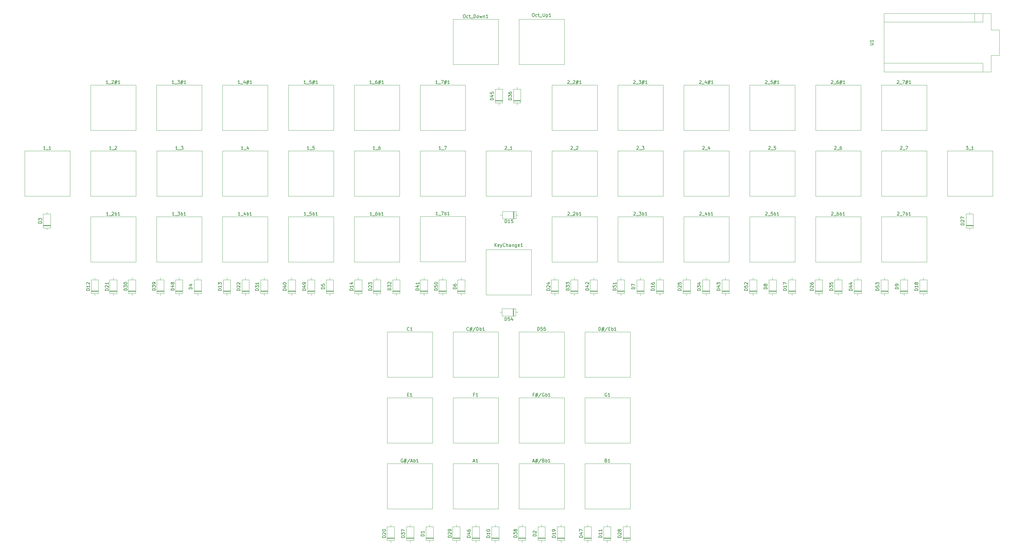
<source format=gto>
%TF.GenerationSoftware,KiCad,Pcbnew,(6.0.9)*%
%TF.CreationDate,2022-11-06T01:43:21-08:00*%
%TF.ProjectId,kb_pcb,6b625f70-6362-42e6-9b69-6361645f7063,rev?*%
%TF.SameCoordinates,Original*%
%TF.FileFunction,Legend,Top*%
%TF.FilePolarity,Positive*%
%FSLAX46Y46*%
G04 Gerber Fmt 4.6, Leading zero omitted, Abs format (unit mm)*
G04 Created by KiCad (PCBNEW (6.0.9)) date 2022-11-06 01:43:21*
%MOMM*%
%LPD*%
G01*
G04 APERTURE LIST*
%ADD10C,0.150000*%
%ADD11C,0.120000*%
G04 APERTURE END LIST*
D10*
X250928571Y-111673619D02*
X250976190Y-111626000D01*
X251071428Y-111578380D01*
X251309523Y-111578380D01*
X251404761Y-111626000D01*
X251452380Y-111673619D01*
X251500000Y-111768857D01*
X251500000Y-111864095D01*
X251452380Y-112006952D01*
X250880952Y-112578380D01*
X251500000Y-112578380D01*
X251690476Y-112673619D02*
X252452380Y-112673619D01*
X252595238Y-111578380D02*
X253214285Y-111578380D01*
X252880952Y-111959333D01*
X253023809Y-111959333D01*
X253119047Y-112006952D01*
X253166666Y-112054571D01*
X253214285Y-112149809D01*
X253214285Y-112387904D01*
X253166666Y-112483142D01*
X253119047Y-112530761D01*
X253023809Y-112578380D01*
X252738095Y-112578380D01*
X252642857Y-112530761D01*
X252595238Y-112483142D01*
X253642857Y-112578380D02*
X253642857Y-111578380D01*
X253642857Y-111959333D02*
X253738095Y-111911714D01*
X253928571Y-111911714D01*
X254023809Y-111959333D01*
X254071428Y-112006952D01*
X254119047Y-112102190D01*
X254119047Y-112387904D01*
X254071428Y-112483142D01*
X254023809Y-112530761D01*
X253928571Y-112578380D01*
X253738095Y-112578380D01*
X253642857Y-112530761D01*
X255071428Y-112578380D02*
X254500000Y-112578380D01*
X254785714Y-112578380D02*
X254785714Y-111578380D01*
X254690476Y-111721238D01*
X254595238Y-111816476D01*
X254500000Y-111864095D01*
X200582380Y-212024285D02*
X199582380Y-212024285D01*
X199582380Y-211786190D01*
X199630000Y-211643333D01*
X199725238Y-211548095D01*
X199820476Y-211500476D01*
X200010952Y-211452857D01*
X200153809Y-211452857D01*
X200344285Y-211500476D01*
X200439523Y-211548095D01*
X200534761Y-211643333D01*
X200582380Y-211786190D01*
X200582380Y-212024285D01*
X199915714Y-210595714D02*
X200582380Y-210595714D01*
X199534761Y-210833809D02*
X200249047Y-211071904D01*
X200249047Y-210452857D01*
X199582380Y-209643333D02*
X199582380Y-209833809D01*
X199630000Y-209929047D01*
X199677619Y-209976666D01*
X199820476Y-210071904D01*
X200010952Y-210119523D01*
X200391904Y-210119523D01*
X200487142Y-210071904D01*
X200534761Y-210024285D01*
X200582380Y-209929047D01*
X200582380Y-209738571D01*
X200534761Y-209643333D01*
X200487142Y-209595714D01*
X200391904Y-209548095D01*
X200153809Y-209548095D01*
X200058571Y-209595714D01*
X200010952Y-209643333D01*
X199963333Y-209738571D01*
X199963333Y-209929047D01*
X200010952Y-210024285D01*
X200058571Y-210071904D01*
X200153809Y-210119523D01*
X149900000Y-112578380D02*
X149328571Y-112578380D01*
X149614285Y-112578380D02*
X149614285Y-111578380D01*
X149519047Y-111721238D01*
X149423809Y-111816476D01*
X149328571Y-111864095D01*
X150090476Y-112673619D02*
X150852380Y-112673619D01*
X151566666Y-111578380D02*
X151090476Y-111578380D01*
X151042857Y-112054571D01*
X151090476Y-112006952D01*
X151185714Y-111959333D01*
X151423809Y-111959333D01*
X151519047Y-112006952D01*
X151566666Y-112054571D01*
X151614285Y-112149809D01*
X151614285Y-112387904D01*
X151566666Y-112483142D01*
X151519047Y-112530761D01*
X151423809Y-112578380D01*
X151185714Y-112578380D01*
X151090476Y-112530761D01*
X151042857Y-112483142D01*
X152042857Y-112578380D02*
X152042857Y-111578380D01*
X152042857Y-111959333D02*
X152138095Y-111911714D01*
X152328571Y-111911714D01*
X152423809Y-111959333D01*
X152471428Y-112006952D01*
X152519047Y-112102190D01*
X152519047Y-112387904D01*
X152471428Y-112483142D01*
X152423809Y-112530761D01*
X152328571Y-112578380D01*
X152138095Y-112578380D01*
X152042857Y-112530761D01*
X153471428Y-112578380D02*
X152900000Y-112578380D01*
X153185714Y-112578380D02*
X153185714Y-111578380D01*
X153090476Y-111721238D01*
X152995238Y-111816476D01*
X152900000Y-111864095D01*
X240173333Y-148138380D02*
X240173333Y-147138380D01*
X240411428Y-147138380D01*
X240554285Y-147186000D01*
X240649523Y-147281238D01*
X240697142Y-147376476D01*
X240744761Y-147566952D01*
X240744761Y-147709809D01*
X240697142Y-147900285D01*
X240649523Y-147995523D01*
X240554285Y-148090761D01*
X240411428Y-148138380D01*
X240173333Y-148138380D01*
X241125714Y-147471714D02*
X241840000Y-147471714D01*
X241411428Y-147043142D02*
X241125714Y-148328857D01*
X241744761Y-147900285D02*
X241030476Y-147900285D01*
X241459047Y-148328857D02*
X241744761Y-147043142D01*
X242887619Y-147090761D02*
X242030476Y-148376476D01*
X243220952Y-147614571D02*
X243554285Y-147614571D01*
X243697142Y-148138380D02*
X243220952Y-148138380D01*
X243220952Y-147138380D01*
X243697142Y-147138380D01*
X244125714Y-148138380D02*
X244125714Y-147138380D01*
X244125714Y-147519333D02*
X244220952Y-147471714D01*
X244411428Y-147471714D01*
X244506666Y-147519333D01*
X244554285Y-147566952D01*
X244601904Y-147662190D01*
X244601904Y-147947904D01*
X244554285Y-148043142D01*
X244506666Y-148090761D01*
X244411428Y-148138380D01*
X244220952Y-148138380D01*
X244125714Y-148090761D01*
X245554285Y-148138380D02*
X244982857Y-148138380D01*
X245268571Y-148138380D02*
X245268571Y-147138380D01*
X245173333Y-147281238D01*
X245078095Y-147376476D01*
X244982857Y-147424095D01*
X352832380Y-115524285D02*
X351832380Y-115524285D01*
X351832380Y-115286190D01*
X351880000Y-115143333D01*
X351975238Y-115048095D01*
X352070476Y-115000476D01*
X352260952Y-114952857D01*
X352403809Y-114952857D01*
X352594285Y-115000476D01*
X352689523Y-115048095D01*
X352784761Y-115143333D01*
X352832380Y-115286190D01*
X352832380Y-115524285D01*
X351927619Y-114571904D02*
X351880000Y-114524285D01*
X351832380Y-114429047D01*
X351832380Y-114190952D01*
X351880000Y-114095714D01*
X351927619Y-114048095D01*
X352022857Y-114000476D01*
X352118095Y-114000476D01*
X352260952Y-114048095D01*
X352832380Y-114619523D01*
X352832380Y-114000476D01*
X351832380Y-113667142D02*
X351832380Y-113000476D01*
X352832380Y-113429047D01*
X143832380Y-135774285D02*
X142832380Y-135774285D01*
X142832380Y-135536190D01*
X142880000Y-135393333D01*
X142975238Y-135298095D01*
X143070476Y-135250476D01*
X143260952Y-135202857D01*
X143403809Y-135202857D01*
X143594285Y-135250476D01*
X143689523Y-135298095D01*
X143784761Y-135393333D01*
X143832380Y-135536190D01*
X143832380Y-135774285D01*
X143165714Y-134345714D02*
X143832380Y-134345714D01*
X142784761Y-134583809D02*
X143499047Y-134821904D01*
X143499047Y-134202857D01*
X142832380Y-133631428D02*
X142832380Y-133536190D01*
X142880000Y-133440952D01*
X142927619Y-133393333D01*
X143022857Y-133345714D01*
X143213333Y-133298095D01*
X143451428Y-133298095D01*
X143641904Y-133345714D01*
X143737142Y-133393333D01*
X143784761Y-133440952D01*
X143832380Y-133536190D01*
X143832380Y-133631428D01*
X143784761Y-133726666D01*
X143737142Y-133774285D01*
X143641904Y-133821904D01*
X143451428Y-133869523D01*
X143213333Y-133869523D01*
X143022857Y-133821904D01*
X142927619Y-133774285D01*
X142880000Y-133726666D01*
X142832380Y-133631428D01*
X149832380Y-135774285D02*
X148832380Y-135774285D01*
X148832380Y-135536190D01*
X148880000Y-135393333D01*
X148975238Y-135298095D01*
X149070476Y-135250476D01*
X149260952Y-135202857D01*
X149403809Y-135202857D01*
X149594285Y-135250476D01*
X149689523Y-135298095D01*
X149784761Y-135393333D01*
X149832380Y-135536190D01*
X149832380Y-135774285D01*
X149165714Y-134345714D02*
X149832380Y-134345714D01*
X148784761Y-134583809D02*
X149499047Y-134821904D01*
X149499047Y-134202857D01*
X149832380Y-133774285D02*
X149832380Y-133583809D01*
X149784761Y-133488571D01*
X149737142Y-133440952D01*
X149594285Y-133345714D01*
X149403809Y-133298095D01*
X149022857Y-133298095D01*
X148927619Y-133345714D01*
X148880000Y-133393333D01*
X148832380Y-133488571D01*
X148832380Y-133679047D01*
X148880000Y-133774285D01*
X148927619Y-133821904D01*
X149022857Y-133869523D01*
X149260952Y-133869523D01*
X149356190Y-133821904D01*
X149403809Y-133774285D01*
X149451428Y-133679047D01*
X149451428Y-133488571D01*
X149403809Y-133393333D01*
X149356190Y-133345714D01*
X149260952Y-133298095D01*
X265582380Y-135774285D02*
X264582380Y-135774285D01*
X264582380Y-135536190D01*
X264630000Y-135393333D01*
X264725238Y-135298095D01*
X264820476Y-135250476D01*
X265010952Y-135202857D01*
X265153809Y-135202857D01*
X265344285Y-135250476D01*
X265439523Y-135298095D01*
X265534761Y-135393333D01*
X265582380Y-135536190D01*
X265582380Y-135774285D01*
X264677619Y-134821904D02*
X264630000Y-134774285D01*
X264582380Y-134679047D01*
X264582380Y-134440952D01*
X264630000Y-134345714D01*
X264677619Y-134298095D01*
X264772857Y-134250476D01*
X264868095Y-134250476D01*
X265010952Y-134298095D01*
X265582380Y-134869523D01*
X265582380Y-134250476D01*
X264582380Y-133345714D02*
X264582380Y-133821904D01*
X265058571Y-133869523D01*
X265010952Y-133821904D01*
X264963333Y-133726666D01*
X264963333Y-133488571D01*
X265010952Y-133393333D01*
X265058571Y-133345714D01*
X265153809Y-133298095D01*
X265391904Y-133298095D01*
X265487142Y-133345714D01*
X265534761Y-133393333D01*
X265582380Y-133488571D01*
X265582380Y-133726666D01*
X265534761Y-133821904D01*
X265487142Y-133869523D01*
X206582380Y-212024285D02*
X205582380Y-212024285D01*
X205582380Y-211786190D01*
X205630000Y-211643333D01*
X205725238Y-211548095D01*
X205820476Y-211500476D01*
X206010952Y-211452857D01*
X206153809Y-211452857D01*
X206344285Y-211500476D01*
X206439523Y-211548095D01*
X206534761Y-211643333D01*
X206582380Y-211786190D01*
X206582380Y-212024285D01*
X206582380Y-210500476D02*
X206582380Y-211071904D01*
X206582380Y-210786190D02*
X205582380Y-210786190D01*
X205725238Y-210881428D01*
X205820476Y-210976666D01*
X205868095Y-211071904D01*
X205582380Y-209881428D02*
X205582380Y-209786190D01*
X205630000Y-209690952D01*
X205677619Y-209643333D01*
X205772857Y-209595714D01*
X205963333Y-209548095D01*
X206201428Y-209548095D01*
X206391904Y-209595714D01*
X206487142Y-209643333D01*
X206534761Y-209690952D01*
X206582380Y-209786190D01*
X206582380Y-209881428D01*
X206534761Y-209976666D01*
X206487142Y-210024285D01*
X206391904Y-210071904D01*
X206201428Y-210119523D01*
X205963333Y-210119523D01*
X205772857Y-210071904D01*
X205677619Y-210024285D01*
X205630000Y-209976666D01*
X205582380Y-209881428D01*
X130508571Y-92258380D02*
X129937142Y-92258380D01*
X130222857Y-92258380D02*
X130222857Y-91258380D01*
X130127619Y-91401238D01*
X130032380Y-91496476D01*
X129937142Y-91544095D01*
X130699047Y-92353619D02*
X131460952Y-92353619D01*
X132127619Y-91591714D02*
X132127619Y-92258380D01*
X131889523Y-91210761D02*
X131651428Y-91925047D01*
X132270476Y-91925047D01*
X291520952Y-71033619D02*
X291568571Y-70986000D01*
X291663809Y-70938380D01*
X291901904Y-70938380D01*
X291997142Y-70986000D01*
X292044761Y-71033619D01*
X292092380Y-71128857D01*
X292092380Y-71224095D01*
X292044761Y-71366952D01*
X291473333Y-71938380D01*
X292092380Y-71938380D01*
X292282857Y-72033619D02*
X293044761Y-72033619D01*
X293759047Y-70938380D02*
X293282857Y-70938380D01*
X293235238Y-71414571D01*
X293282857Y-71366952D01*
X293378095Y-71319333D01*
X293616190Y-71319333D01*
X293711428Y-71366952D01*
X293759047Y-71414571D01*
X293806666Y-71509809D01*
X293806666Y-71747904D01*
X293759047Y-71843142D01*
X293711428Y-71890761D01*
X293616190Y-71938380D01*
X293378095Y-71938380D01*
X293282857Y-71890761D01*
X293235238Y-71843142D01*
X294187619Y-71271714D02*
X294901904Y-71271714D01*
X294473333Y-70843142D02*
X294187619Y-72128857D01*
X294806666Y-71700285D02*
X294092380Y-71700285D01*
X294520952Y-72128857D02*
X294806666Y-70843142D01*
X295759047Y-71938380D02*
X295187619Y-71938380D01*
X295473333Y-71938380D02*
X295473333Y-70938380D01*
X295378095Y-71081238D01*
X295282857Y-71176476D01*
X295187619Y-71224095D01*
X208094285Y-122232380D02*
X208094285Y-121232380D01*
X208665714Y-122232380D02*
X208237142Y-121660952D01*
X208665714Y-121232380D02*
X208094285Y-121803809D01*
X209475238Y-122184761D02*
X209380000Y-122232380D01*
X209189523Y-122232380D01*
X209094285Y-122184761D01*
X209046666Y-122089523D01*
X209046666Y-121708571D01*
X209094285Y-121613333D01*
X209189523Y-121565714D01*
X209380000Y-121565714D01*
X209475238Y-121613333D01*
X209522857Y-121708571D01*
X209522857Y-121803809D01*
X209046666Y-121899047D01*
X209856190Y-121565714D02*
X210094285Y-122232380D01*
X210332380Y-121565714D02*
X210094285Y-122232380D01*
X209999047Y-122470476D01*
X209951428Y-122518095D01*
X209856190Y-122565714D01*
X211284761Y-122137142D02*
X211237142Y-122184761D01*
X211094285Y-122232380D01*
X210999047Y-122232380D01*
X210856190Y-122184761D01*
X210760952Y-122089523D01*
X210713333Y-121994285D01*
X210665714Y-121803809D01*
X210665714Y-121660952D01*
X210713333Y-121470476D01*
X210760952Y-121375238D01*
X210856190Y-121280000D01*
X210999047Y-121232380D01*
X211094285Y-121232380D01*
X211237142Y-121280000D01*
X211284761Y-121327619D01*
X211713333Y-122232380D02*
X211713333Y-121232380D01*
X212141904Y-122232380D02*
X212141904Y-121708571D01*
X212094285Y-121613333D01*
X211999047Y-121565714D01*
X211856190Y-121565714D01*
X211760952Y-121613333D01*
X211713333Y-121660952D01*
X213046666Y-122232380D02*
X213046666Y-121708571D01*
X212999047Y-121613333D01*
X212903809Y-121565714D01*
X212713333Y-121565714D01*
X212618095Y-121613333D01*
X213046666Y-122184761D02*
X212951428Y-122232380D01*
X212713333Y-122232380D01*
X212618095Y-122184761D01*
X212570476Y-122089523D01*
X212570476Y-121994285D01*
X212618095Y-121899047D01*
X212713333Y-121851428D01*
X212951428Y-121851428D01*
X213046666Y-121803809D01*
X213522857Y-121565714D02*
X213522857Y-122232380D01*
X213522857Y-121660952D02*
X213570476Y-121613333D01*
X213665714Y-121565714D01*
X213808571Y-121565714D01*
X213903809Y-121613333D01*
X213951428Y-121708571D01*
X213951428Y-122232380D01*
X214856190Y-121565714D02*
X214856190Y-122375238D01*
X214808571Y-122470476D01*
X214760952Y-122518095D01*
X214665714Y-122565714D01*
X214522857Y-122565714D01*
X214427619Y-122518095D01*
X214856190Y-122184761D02*
X214760952Y-122232380D01*
X214570476Y-122232380D01*
X214475238Y-122184761D01*
X214427619Y-122137142D01*
X214380000Y-122041904D01*
X214380000Y-121756190D01*
X214427619Y-121660952D01*
X214475238Y-121613333D01*
X214570476Y-121565714D01*
X214760952Y-121565714D01*
X214856190Y-121613333D01*
X215713333Y-122184761D02*
X215618095Y-122232380D01*
X215427619Y-122232380D01*
X215332380Y-122184761D01*
X215284761Y-122089523D01*
X215284761Y-121708571D01*
X215332380Y-121613333D01*
X215427619Y-121565714D01*
X215618095Y-121565714D01*
X215713333Y-121613333D01*
X215760952Y-121708571D01*
X215760952Y-121803809D01*
X215284761Y-121899047D01*
X216713333Y-122232380D02*
X216141904Y-122232380D01*
X216427619Y-122232380D02*
X216427619Y-121232380D01*
X216332380Y-121375238D01*
X216237142Y-121470476D01*
X216141904Y-121518095D01*
X292082380Y-135298095D02*
X291082380Y-135298095D01*
X291082380Y-135060000D01*
X291130000Y-134917142D01*
X291225238Y-134821904D01*
X291320476Y-134774285D01*
X291510952Y-134726666D01*
X291653809Y-134726666D01*
X291844285Y-134774285D01*
X291939523Y-134821904D01*
X292034761Y-134917142D01*
X292082380Y-135060000D01*
X292082380Y-135298095D01*
X291510952Y-134155238D02*
X291463333Y-134250476D01*
X291415714Y-134298095D01*
X291320476Y-134345714D01*
X291272857Y-134345714D01*
X291177619Y-134298095D01*
X291130000Y-134250476D01*
X291082380Y-134155238D01*
X291082380Y-133964761D01*
X291130000Y-133869523D01*
X291177619Y-133821904D01*
X291272857Y-133774285D01*
X291320476Y-133774285D01*
X291415714Y-133821904D01*
X291463333Y-133869523D01*
X291510952Y-133964761D01*
X291510952Y-134155238D01*
X291558571Y-134250476D01*
X291606190Y-134298095D01*
X291701428Y-134345714D01*
X291891904Y-134345714D01*
X291987142Y-134298095D01*
X292034761Y-134250476D01*
X292082380Y-134155238D01*
X292082380Y-133964761D01*
X292034761Y-133869523D01*
X291987142Y-133821904D01*
X291891904Y-133774285D01*
X291701428Y-133774285D01*
X291606190Y-133821904D01*
X291558571Y-133869523D01*
X291510952Y-133964761D01*
X311888571Y-111673619D02*
X311936190Y-111626000D01*
X312031428Y-111578380D01*
X312269523Y-111578380D01*
X312364761Y-111626000D01*
X312412380Y-111673619D01*
X312460000Y-111768857D01*
X312460000Y-111864095D01*
X312412380Y-112006952D01*
X311840952Y-112578380D01*
X312460000Y-112578380D01*
X312650476Y-112673619D02*
X313412380Y-112673619D01*
X314079047Y-111578380D02*
X313888571Y-111578380D01*
X313793333Y-111626000D01*
X313745714Y-111673619D01*
X313650476Y-111816476D01*
X313602857Y-112006952D01*
X313602857Y-112387904D01*
X313650476Y-112483142D01*
X313698095Y-112530761D01*
X313793333Y-112578380D01*
X313983809Y-112578380D01*
X314079047Y-112530761D01*
X314126666Y-112483142D01*
X314174285Y-112387904D01*
X314174285Y-112149809D01*
X314126666Y-112054571D01*
X314079047Y-112006952D01*
X313983809Y-111959333D01*
X313793333Y-111959333D01*
X313698095Y-112006952D01*
X313650476Y-112054571D01*
X313602857Y-112149809D01*
X314602857Y-112578380D02*
X314602857Y-111578380D01*
X314602857Y-111959333D02*
X314698095Y-111911714D01*
X314888571Y-111911714D01*
X314983809Y-111959333D01*
X315031428Y-112006952D01*
X315079047Y-112102190D01*
X315079047Y-112387904D01*
X315031428Y-112483142D01*
X314983809Y-112530761D01*
X314888571Y-112578380D01*
X314698095Y-112578380D01*
X314602857Y-112530761D01*
X316031428Y-112578380D02*
X315460000Y-112578380D01*
X315745714Y-112578380D02*
X315745714Y-111578380D01*
X315650476Y-111721238D01*
X315555238Y-111816476D01*
X315460000Y-111864095D01*
X89012553Y-135764127D02*
X88012553Y-135764127D01*
X88012553Y-135526032D01*
X88060173Y-135383175D01*
X88155411Y-135287937D01*
X88250649Y-135240318D01*
X88441125Y-135192699D01*
X88583982Y-135192699D01*
X88774458Y-135240318D01*
X88869696Y-135287937D01*
X88964934Y-135383175D01*
X89012553Y-135526032D01*
X89012553Y-135764127D01*
X88107792Y-134811746D02*
X88060173Y-134764127D01*
X88012553Y-134668889D01*
X88012553Y-134430794D01*
X88060173Y-134335556D01*
X88107792Y-134287937D01*
X88203030Y-134240318D01*
X88298268Y-134240318D01*
X88441125Y-134287937D01*
X89012553Y-134859365D01*
X89012553Y-134240318D01*
X89012553Y-133287937D02*
X89012553Y-133859365D01*
X89012553Y-133573651D02*
X88012553Y-133573651D01*
X88155411Y-133668889D01*
X88250649Y-133764127D01*
X88298268Y-133859365D01*
X257332380Y-135774285D02*
X256332380Y-135774285D01*
X256332380Y-135536190D01*
X256380000Y-135393333D01*
X256475238Y-135298095D01*
X256570476Y-135250476D01*
X256760952Y-135202857D01*
X256903809Y-135202857D01*
X257094285Y-135250476D01*
X257189523Y-135298095D01*
X257284761Y-135393333D01*
X257332380Y-135536190D01*
X257332380Y-135774285D01*
X257332380Y-134250476D02*
X257332380Y-134821904D01*
X257332380Y-134536190D02*
X256332380Y-134536190D01*
X256475238Y-134631428D01*
X256570476Y-134726666D01*
X256618095Y-134821904D01*
X256332380Y-133393333D02*
X256332380Y-133583809D01*
X256380000Y-133679047D01*
X256427619Y-133726666D01*
X256570476Y-133821904D01*
X256760952Y-133869523D01*
X257141904Y-133869523D01*
X257237142Y-133821904D01*
X257284761Y-133774285D01*
X257332380Y-133679047D01*
X257332380Y-133488571D01*
X257284761Y-133393333D01*
X257237142Y-133345714D01*
X257141904Y-133298095D01*
X256903809Y-133298095D01*
X256808571Y-133345714D01*
X256760952Y-133393333D01*
X256713333Y-133488571D01*
X256713333Y-133679047D01*
X256760952Y-133774285D01*
X256808571Y-133821904D01*
X256903809Y-133869523D01*
X211217142Y-91353619D02*
X211264761Y-91306000D01*
X211360000Y-91258380D01*
X211598095Y-91258380D01*
X211693333Y-91306000D01*
X211740952Y-91353619D01*
X211788571Y-91448857D01*
X211788571Y-91544095D01*
X211740952Y-91686952D01*
X211169523Y-92258380D01*
X211788571Y-92258380D01*
X211979047Y-92353619D02*
X212740952Y-92353619D01*
X213502857Y-92258380D02*
X212931428Y-92258380D01*
X213217142Y-92258380D02*
X213217142Y-91258380D01*
X213121904Y-91401238D01*
X213026666Y-91496476D01*
X212931428Y-91544095D01*
X326582380Y-135774285D02*
X325582380Y-135774285D01*
X325582380Y-135536190D01*
X325630000Y-135393333D01*
X325725238Y-135298095D01*
X325820476Y-135250476D01*
X326010952Y-135202857D01*
X326153809Y-135202857D01*
X326344285Y-135250476D01*
X326439523Y-135298095D01*
X326534761Y-135393333D01*
X326582380Y-135536190D01*
X326582380Y-135774285D01*
X325582380Y-134298095D02*
X325582380Y-134774285D01*
X326058571Y-134821904D01*
X326010952Y-134774285D01*
X325963333Y-134679047D01*
X325963333Y-134440952D01*
X326010952Y-134345714D01*
X326058571Y-134298095D01*
X326153809Y-134250476D01*
X326391904Y-134250476D01*
X326487142Y-134298095D01*
X326534761Y-134345714D01*
X326582380Y-134440952D01*
X326582380Y-134679047D01*
X326534761Y-134774285D01*
X326487142Y-134821904D01*
X325582380Y-133917142D02*
X325582380Y-133298095D01*
X325963333Y-133631428D01*
X325963333Y-133488571D01*
X326010952Y-133393333D01*
X326058571Y-133345714D01*
X326153809Y-133298095D01*
X326391904Y-133298095D01*
X326487142Y-133345714D01*
X326534761Y-133393333D01*
X326582380Y-133488571D01*
X326582380Y-133774285D01*
X326534761Y-133869523D01*
X326487142Y-133917142D01*
X83195303Y-135753834D02*
X82195303Y-135753834D01*
X82195303Y-135515739D01*
X82242923Y-135372882D01*
X82338161Y-135277644D01*
X82433399Y-135230025D01*
X82623875Y-135182406D01*
X82766732Y-135182406D01*
X82957208Y-135230025D01*
X83052446Y-135277644D01*
X83147684Y-135372882D01*
X83195303Y-135515739D01*
X83195303Y-135753834D01*
X83195303Y-134230025D02*
X83195303Y-134801453D01*
X83195303Y-134515739D02*
X82195303Y-134515739D01*
X82338161Y-134610977D01*
X82433399Y-134706215D01*
X82481018Y-134801453D01*
X82290542Y-133849072D02*
X82242923Y-133801453D01*
X82195303Y-133706215D01*
X82195303Y-133468120D01*
X82242923Y-133372882D01*
X82290542Y-133325263D01*
X82385780Y-133277644D01*
X82481018Y-133277644D01*
X82623875Y-133325263D01*
X83195303Y-133896691D01*
X83195303Y-133277644D01*
X180332380Y-212024285D02*
X179332380Y-212024285D01*
X179332380Y-211786190D01*
X179380000Y-211643333D01*
X179475238Y-211548095D01*
X179570476Y-211500476D01*
X179760952Y-211452857D01*
X179903809Y-211452857D01*
X180094285Y-211500476D01*
X180189523Y-211548095D01*
X180284761Y-211643333D01*
X180332380Y-211786190D01*
X180332380Y-212024285D01*
X179332380Y-211119523D02*
X179332380Y-210500476D01*
X179713333Y-210833809D01*
X179713333Y-210690952D01*
X179760952Y-210595714D01*
X179808571Y-210548095D01*
X179903809Y-210500476D01*
X180141904Y-210500476D01*
X180237142Y-210548095D01*
X180284761Y-210595714D01*
X180332380Y-210690952D01*
X180332380Y-210976666D01*
X180284761Y-211071904D01*
X180237142Y-211119523D01*
X179332380Y-210167142D02*
X179332380Y-209500476D01*
X180332380Y-209929047D01*
X129582380Y-135774285D02*
X128582380Y-135774285D01*
X128582380Y-135536190D01*
X128630000Y-135393333D01*
X128725238Y-135298095D01*
X128820476Y-135250476D01*
X129010952Y-135202857D01*
X129153809Y-135202857D01*
X129344285Y-135250476D01*
X129439523Y-135298095D01*
X129534761Y-135393333D01*
X129582380Y-135536190D01*
X129582380Y-135774285D01*
X128677619Y-134821904D02*
X128630000Y-134774285D01*
X128582380Y-134679047D01*
X128582380Y-134440952D01*
X128630000Y-134345714D01*
X128677619Y-134298095D01*
X128772857Y-134250476D01*
X128868095Y-134250476D01*
X129010952Y-134298095D01*
X129582380Y-134869523D01*
X129582380Y-134250476D01*
X128677619Y-133869523D02*
X128630000Y-133821904D01*
X128582380Y-133726666D01*
X128582380Y-133488571D01*
X128630000Y-133393333D01*
X128677619Y-133345714D01*
X128772857Y-133298095D01*
X128868095Y-133298095D01*
X129010952Y-133345714D01*
X129582380Y-133917142D01*
X129582380Y-133298095D01*
X242625714Y-167506000D02*
X242530476Y-167458380D01*
X242387619Y-167458380D01*
X242244761Y-167506000D01*
X242149523Y-167601238D01*
X242101904Y-167696476D01*
X242054285Y-167886952D01*
X242054285Y-168029809D01*
X242101904Y-168220285D01*
X242149523Y-168315523D01*
X242244761Y-168410761D01*
X242387619Y-168458380D01*
X242482857Y-168458380D01*
X242625714Y-168410761D01*
X242673333Y-168363142D01*
X242673333Y-168029809D01*
X242482857Y-168029809D01*
X243625714Y-168458380D02*
X243054285Y-168458380D01*
X243340000Y-168458380D02*
X243340000Y-167458380D01*
X243244761Y-167601238D01*
X243149523Y-167696476D01*
X243054285Y-167744095D01*
X291568571Y-111673619D02*
X291616190Y-111626000D01*
X291711428Y-111578380D01*
X291949523Y-111578380D01*
X292044761Y-111626000D01*
X292092380Y-111673619D01*
X292140000Y-111768857D01*
X292140000Y-111864095D01*
X292092380Y-112006952D01*
X291520952Y-112578380D01*
X292140000Y-112578380D01*
X292330476Y-112673619D02*
X293092380Y-112673619D01*
X293806666Y-111578380D02*
X293330476Y-111578380D01*
X293282857Y-112054571D01*
X293330476Y-112006952D01*
X293425714Y-111959333D01*
X293663809Y-111959333D01*
X293759047Y-112006952D01*
X293806666Y-112054571D01*
X293854285Y-112149809D01*
X293854285Y-112387904D01*
X293806666Y-112483142D01*
X293759047Y-112530761D01*
X293663809Y-112578380D01*
X293425714Y-112578380D01*
X293330476Y-112530761D01*
X293282857Y-112483142D01*
X294282857Y-112578380D02*
X294282857Y-111578380D01*
X294282857Y-111959333D02*
X294378095Y-111911714D01*
X294568571Y-111911714D01*
X294663809Y-111959333D01*
X294711428Y-112006952D01*
X294759047Y-112102190D01*
X294759047Y-112387904D01*
X294711428Y-112483142D01*
X294663809Y-112530761D01*
X294568571Y-112578380D01*
X294378095Y-112578380D01*
X294282857Y-112530761D01*
X295711428Y-112578380D02*
X295140000Y-112578380D01*
X295425714Y-112578380D02*
X295425714Y-111578380D01*
X295330476Y-111721238D01*
X295235238Y-111816476D01*
X295140000Y-111864095D01*
X311840952Y-71033619D02*
X311888571Y-70986000D01*
X311983809Y-70938380D01*
X312221904Y-70938380D01*
X312317142Y-70986000D01*
X312364761Y-71033619D01*
X312412380Y-71128857D01*
X312412380Y-71224095D01*
X312364761Y-71366952D01*
X311793333Y-71938380D01*
X312412380Y-71938380D01*
X312602857Y-72033619D02*
X313364761Y-72033619D01*
X314031428Y-70938380D02*
X313840952Y-70938380D01*
X313745714Y-70986000D01*
X313698095Y-71033619D01*
X313602857Y-71176476D01*
X313555238Y-71366952D01*
X313555238Y-71747904D01*
X313602857Y-71843142D01*
X313650476Y-71890761D01*
X313745714Y-71938380D01*
X313936190Y-71938380D01*
X314031428Y-71890761D01*
X314079047Y-71843142D01*
X314126666Y-71747904D01*
X314126666Y-71509809D01*
X314079047Y-71414571D01*
X314031428Y-71366952D01*
X313936190Y-71319333D01*
X313745714Y-71319333D01*
X313650476Y-71366952D01*
X313602857Y-71414571D01*
X313555238Y-71509809D01*
X314507619Y-71271714D02*
X315221904Y-71271714D01*
X314793333Y-70843142D02*
X314507619Y-72128857D01*
X315126666Y-71700285D02*
X314412380Y-71700285D01*
X314840952Y-72128857D02*
X315126666Y-70843142D01*
X316079047Y-71938380D02*
X315507619Y-71938380D01*
X315793333Y-71938380D02*
X315793333Y-70938380D01*
X315698095Y-71081238D01*
X315602857Y-71176476D01*
X315507619Y-71224095D01*
X247082380Y-212024285D02*
X246082380Y-212024285D01*
X246082380Y-211786190D01*
X246130000Y-211643333D01*
X246225238Y-211548095D01*
X246320476Y-211500476D01*
X246510952Y-211452857D01*
X246653809Y-211452857D01*
X246844285Y-211500476D01*
X246939523Y-211548095D01*
X247034761Y-211643333D01*
X247082380Y-211786190D01*
X247082380Y-212024285D01*
X246177619Y-211071904D02*
X246130000Y-211024285D01*
X246082380Y-210929047D01*
X246082380Y-210690952D01*
X246130000Y-210595714D01*
X246177619Y-210548095D01*
X246272857Y-210500476D01*
X246368095Y-210500476D01*
X246510952Y-210548095D01*
X247082380Y-211119523D01*
X247082380Y-210500476D01*
X246510952Y-209929047D02*
X246463333Y-210024285D01*
X246415714Y-210071904D01*
X246320476Y-210119523D01*
X246272857Y-210119523D01*
X246177619Y-210071904D01*
X246130000Y-210024285D01*
X246082380Y-209929047D01*
X246082380Y-209738571D01*
X246130000Y-209643333D01*
X246177619Y-209595714D01*
X246272857Y-209548095D01*
X246320476Y-209548095D01*
X246415714Y-209595714D01*
X246463333Y-209643333D01*
X246510952Y-209738571D01*
X246510952Y-209929047D01*
X246558571Y-210024285D01*
X246606190Y-210071904D01*
X246701428Y-210119523D01*
X246891904Y-210119523D01*
X246987142Y-210071904D01*
X247034761Y-210024285D01*
X247082380Y-209929047D01*
X247082380Y-209738571D01*
X247034761Y-209643333D01*
X246987142Y-209595714D01*
X246891904Y-209548095D01*
X246701428Y-209548095D01*
X246606190Y-209595714D01*
X246558571Y-209643333D01*
X246510952Y-209738571D01*
X164403855Y-135753834D02*
X163403855Y-135753834D01*
X163403855Y-135515739D01*
X163451475Y-135372882D01*
X163546713Y-135277644D01*
X163641951Y-135230025D01*
X163832427Y-135182406D01*
X163975284Y-135182406D01*
X164165760Y-135230025D01*
X164260998Y-135277644D01*
X164356236Y-135372882D01*
X164403855Y-135515739D01*
X164403855Y-135753834D01*
X164403855Y-134230025D02*
X164403855Y-134801453D01*
X164403855Y-134515739D02*
X163403855Y-134515739D01*
X163546713Y-134610977D01*
X163641951Y-134706215D01*
X163689570Y-134801453D01*
X163737189Y-133372882D02*
X164403855Y-133372882D01*
X163356236Y-133610977D02*
X164070522Y-133849072D01*
X164070522Y-133230025D01*
X271200952Y-71033619D02*
X271248571Y-70986000D01*
X271343809Y-70938380D01*
X271581904Y-70938380D01*
X271677142Y-70986000D01*
X271724761Y-71033619D01*
X271772380Y-71128857D01*
X271772380Y-71224095D01*
X271724761Y-71366952D01*
X271153333Y-71938380D01*
X271772380Y-71938380D01*
X271962857Y-72033619D02*
X272724761Y-72033619D01*
X273391428Y-71271714D02*
X273391428Y-71938380D01*
X273153333Y-70890761D02*
X272915238Y-71605047D01*
X273534285Y-71605047D01*
X273867619Y-71271714D02*
X274581904Y-71271714D01*
X274153333Y-70843142D02*
X273867619Y-72128857D01*
X274486666Y-71700285D02*
X273772380Y-71700285D01*
X274200952Y-72128857D02*
X274486666Y-70843142D01*
X275439047Y-71938380D02*
X274867619Y-71938380D01*
X275153333Y-71938380D02*
X275153333Y-70938380D01*
X275058095Y-71081238D01*
X274962857Y-71176476D01*
X274867619Y-71224095D01*
X214966027Y-211967464D02*
X213966027Y-211967464D01*
X213966027Y-211729369D01*
X214013647Y-211586512D01*
X214108885Y-211491274D01*
X214204123Y-211443655D01*
X214394599Y-211396036D01*
X214537456Y-211396036D01*
X214727932Y-211443655D01*
X214823170Y-211491274D01*
X214918408Y-211586512D01*
X214966027Y-211729369D01*
X214966027Y-211967464D01*
X213966027Y-211062702D02*
X213966027Y-210443655D01*
X214346980Y-210776988D01*
X214346980Y-210634131D01*
X214394599Y-210538893D01*
X214442218Y-210491274D01*
X214537456Y-210443655D01*
X214775551Y-210443655D01*
X214870789Y-210491274D01*
X214918408Y-210538893D01*
X214966027Y-210634131D01*
X214966027Y-210919845D01*
X214918408Y-211015083D01*
X214870789Y-211062702D01*
X214394599Y-209872226D02*
X214346980Y-209967464D01*
X214299361Y-210015083D01*
X214204123Y-210062702D01*
X214156504Y-210062702D01*
X214061266Y-210015083D01*
X214013647Y-209967464D01*
X213966027Y-209872226D01*
X213966027Y-209681750D01*
X214013647Y-209586512D01*
X214061266Y-209538893D01*
X214156504Y-209491274D01*
X214204123Y-209491274D01*
X214299361Y-209538893D01*
X214346980Y-209586512D01*
X214394599Y-209681750D01*
X214394599Y-209872226D01*
X214442218Y-209967464D01*
X214489837Y-210015083D01*
X214585075Y-210062702D01*
X214775551Y-210062702D01*
X214870789Y-210015083D01*
X214918408Y-209967464D01*
X214966027Y-209872226D01*
X214966027Y-209681750D01*
X214918408Y-209586512D01*
X214870789Y-209538893D01*
X214775551Y-209491274D01*
X214585075Y-209491274D01*
X214489837Y-209538893D01*
X214442218Y-209586512D01*
X214394599Y-209681750D01*
X221305714Y-148138380D02*
X221305714Y-147138380D01*
X221543809Y-147138380D01*
X221686666Y-147186000D01*
X221781904Y-147281238D01*
X221829523Y-147376476D01*
X221877142Y-147566952D01*
X221877142Y-147709809D01*
X221829523Y-147900285D01*
X221781904Y-147995523D01*
X221686666Y-148090761D01*
X221543809Y-148138380D01*
X221305714Y-148138380D01*
X222781904Y-147138380D02*
X222305714Y-147138380D01*
X222258095Y-147614571D01*
X222305714Y-147566952D01*
X222400952Y-147519333D01*
X222639047Y-147519333D01*
X222734285Y-147566952D01*
X222781904Y-147614571D01*
X222829523Y-147709809D01*
X222829523Y-147947904D01*
X222781904Y-148043142D01*
X222734285Y-148090761D01*
X222639047Y-148138380D01*
X222400952Y-148138380D01*
X222305714Y-148090761D01*
X222258095Y-148043142D01*
X223734285Y-147138380D02*
X223258095Y-147138380D01*
X223210476Y-147614571D01*
X223258095Y-147566952D01*
X223353333Y-147519333D01*
X223591428Y-147519333D01*
X223686666Y-147566952D01*
X223734285Y-147614571D01*
X223781904Y-147709809D01*
X223781904Y-147947904D01*
X223734285Y-148043142D01*
X223686666Y-148090761D01*
X223591428Y-148138380D01*
X223353333Y-148138380D01*
X223258095Y-148090761D01*
X223210476Y-148043142D01*
X155653855Y-135267350D02*
X154653855Y-135267350D01*
X154653855Y-135029255D01*
X154701475Y-134886397D01*
X154796713Y-134791159D01*
X154891951Y-134743540D01*
X155082427Y-134695921D01*
X155225284Y-134695921D01*
X155415760Y-134743540D01*
X155510998Y-134791159D01*
X155606236Y-134886397D01*
X155653855Y-135029255D01*
X155653855Y-135267350D01*
X154653855Y-133791159D02*
X154653855Y-134267350D01*
X155130046Y-134314969D01*
X155082427Y-134267350D01*
X155034808Y-134172112D01*
X155034808Y-133934016D01*
X155082427Y-133838778D01*
X155130046Y-133791159D01*
X155225284Y-133743540D01*
X155463379Y-133743540D01*
X155558617Y-133791159D01*
X155606236Y-133838778D01*
X155653855Y-133934016D01*
X155653855Y-134172112D01*
X155606236Y-134267350D01*
X155558617Y-134314969D01*
X174466027Y-212014127D02*
X173466027Y-212014127D01*
X173466027Y-211776032D01*
X173513647Y-211633175D01*
X173608885Y-211537937D01*
X173704123Y-211490318D01*
X173894599Y-211442699D01*
X174037456Y-211442699D01*
X174227932Y-211490318D01*
X174323170Y-211537937D01*
X174418408Y-211633175D01*
X174466027Y-211776032D01*
X174466027Y-212014127D01*
X173561266Y-211061746D02*
X173513647Y-211014127D01*
X173466027Y-210918889D01*
X173466027Y-210680794D01*
X173513647Y-210585556D01*
X173561266Y-210537937D01*
X173656504Y-210490318D01*
X173751742Y-210490318D01*
X173894599Y-210537937D01*
X174466027Y-211109365D01*
X174466027Y-210490318D01*
X173466027Y-209871270D02*
X173466027Y-209776032D01*
X173513647Y-209680794D01*
X173561266Y-209633175D01*
X173656504Y-209585556D01*
X173846980Y-209537937D01*
X174085075Y-209537937D01*
X174275551Y-209585556D01*
X174370789Y-209633175D01*
X174418408Y-209680794D01*
X174466027Y-209776032D01*
X174466027Y-209871270D01*
X174418408Y-209966508D01*
X174370789Y-210014127D01*
X174275551Y-210061746D01*
X174085075Y-210109365D01*
X173846980Y-210109365D01*
X173656504Y-210061746D01*
X173561266Y-210014127D01*
X173513647Y-209966508D01*
X173466027Y-209871270D01*
X312332380Y-135774285D02*
X311332380Y-135774285D01*
X311332380Y-135536190D01*
X311380000Y-135393333D01*
X311475238Y-135298095D01*
X311570476Y-135250476D01*
X311760952Y-135202857D01*
X311903809Y-135202857D01*
X312094285Y-135250476D01*
X312189523Y-135298095D01*
X312284761Y-135393333D01*
X312332380Y-135536190D01*
X312332380Y-135774285D01*
X311332380Y-134869523D02*
X311332380Y-134250476D01*
X311713333Y-134583809D01*
X311713333Y-134440952D01*
X311760952Y-134345714D01*
X311808571Y-134298095D01*
X311903809Y-134250476D01*
X312141904Y-134250476D01*
X312237142Y-134298095D01*
X312284761Y-134345714D01*
X312332380Y-134440952D01*
X312332380Y-134726666D01*
X312284761Y-134821904D01*
X312237142Y-134869523D01*
X311332380Y-133345714D02*
X311332380Y-133821904D01*
X311808571Y-133869523D01*
X311760952Y-133821904D01*
X311713333Y-133726666D01*
X311713333Y-133488571D01*
X311760952Y-133393333D01*
X311808571Y-133345714D01*
X311903809Y-133298095D01*
X312141904Y-133298095D01*
X312237142Y-133345714D01*
X312284761Y-133393333D01*
X312332380Y-133488571D01*
X312332380Y-133726666D01*
X312284761Y-133821904D01*
X312237142Y-133869523D01*
X306332380Y-135774285D02*
X305332380Y-135774285D01*
X305332380Y-135536190D01*
X305380000Y-135393333D01*
X305475238Y-135298095D01*
X305570476Y-135250476D01*
X305760952Y-135202857D01*
X305903809Y-135202857D01*
X306094285Y-135250476D01*
X306189523Y-135298095D01*
X306284761Y-135393333D01*
X306332380Y-135536190D01*
X306332380Y-135774285D01*
X305427619Y-134821904D02*
X305380000Y-134774285D01*
X305332380Y-134679047D01*
X305332380Y-134440952D01*
X305380000Y-134345714D01*
X305427619Y-134298095D01*
X305522857Y-134250476D01*
X305618095Y-134250476D01*
X305760952Y-134298095D01*
X306332380Y-134869523D01*
X306332380Y-134250476D01*
X305332380Y-133393333D02*
X305332380Y-133583809D01*
X305380000Y-133679047D01*
X305427619Y-133726666D01*
X305570476Y-133821904D01*
X305760952Y-133869523D01*
X306141904Y-133869523D01*
X306237142Y-133821904D01*
X306284761Y-133774285D01*
X306332380Y-133679047D01*
X306332380Y-133488571D01*
X306284761Y-133393333D01*
X306237142Y-133345714D01*
X306141904Y-133298095D01*
X305903809Y-133298095D01*
X305808571Y-133345714D01*
X305760952Y-133393333D01*
X305713333Y-133488571D01*
X305713333Y-133679047D01*
X305760952Y-133774285D01*
X305808571Y-133821904D01*
X305903809Y-133869523D01*
X292497142Y-91353619D02*
X292544761Y-91306000D01*
X292640000Y-91258380D01*
X292878095Y-91258380D01*
X292973333Y-91306000D01*
X293020952Y-91353619D01*
X293068571Y-91448857D01*
X293068571Y-91544095D01*
X293020952Y-91686952D01*
X292449523Y-92258380D01*
X293068571Y-92258380D01*
X293259047Y-92353619D02*
X294020952Y-92353619D01*
X294735238Y-91258380D02*
X294259047Y-91258380D01*
X294211428Y-91734571D01*
X294259047Y-91686952D01*
X294354285Y-91639333D01*
X294592380Y-91639333D01*
X294687619Y-91686952D01*
X294735238Y-91734571D01*
X294782857Y-91829809D01*
X294782857Y-92067904D01*
X294735238Y-92163142D01*
X294687619Y-92210761D01*
X294592380Y-92258380D01*
X294354285Y-92258380D01*
X294259047Y-92210761D01*
X294211428Y-92163142D01*
X207692380Y-76964285D02*
X206692380Y-76964285D01*
X206692380Y-76726190D01*
X206740000Y-76583333D01*
X206835238Y-76488095D01*
X206930476Y-76440476D01*
X207120952Y-76392857D01*
X207263809Y-76392857D01*
X207454285Y-76440476D01*
X207549523Y-76488095D01*
X207644761Y-76583333D01*
X207692380Y-76726190D01*
X207692380Y-76964285D01*
X207025714Y-75535714D02*
X207692380Y-75535714D01*
X206644761Y-75773809D02*
X207359047Y-76011904D01*
X207359047Y-75392857D01*
X206692380Y-74535714D02*
X206692380Y-75011904D01*
X207168571Y-75059523D01*
X207120952Y-75011904D01*
X207073333Y-74916666D01*
X207073333Y-74678571D01*
X207120952Y-74583333D01*
X207168571Y-74535714D01*
X207263809Y-74488095D01*
X207501904Y-74488095D01*
X207597142Y-74535714D01*
X207644761Y-74583333D01*
X207692380Y-74678571D01*
X207692380Y-74916666D01*
X207644761Y-75011904D01*
X207597142Y-75059523D01*
X201866666Y-167934571D02*
X201533333Y-167934571D01*
X201533333Y-168458380D02*
X201533333Y-167458380D01*
X202009523Y-167458380D01*
X202914285Y-168458380D02*
X202342857Y-168458380D01*
X202628571Y-168458380D02*
X202628571Y-167458380D01*
X202533333Y-167601238D01*
X202438095Y-167696476D01*
X202342857Y-167744095D01*
X338582380Y-135774285D02*
X337582380Y-135774285D01*
X337582380Y-135536190D01*
X337630000Y-135393333D01*
X337725238Y-135298095D01*
X337820476Y-135250476D01*
X338010952Y-135202857D01*
X338153809Y-135202857D01*
X338344285Y-135250476D01*
X338439523Y-135298095D01*
X338534761Y-135393333D01*
X338582380Y-135536190D01*
X338582380Y-135774285D01*
X338582380Y-134250476D02*
X338582380Y-134821904D01*
X338582380Y-134536190D02*
X337582380Y-134536190D01*
X337725238Y-134631428D01*
X337820476Y-134726666D01*
X337868095Y-134821904D01*
X338010952Y-133679047D02*
X337963333Y-133774285D01*
X337915714Y-133821904D01*
X337820476Y-133869523D01*
X337772857Y-133869523D01*
X337677619Y-133821904D01*
X337630000Y-133774285D01*
X337582380Y-133679047D01*
X337582380Y-133488571D01*
X337630000Y-133393333D01*
X337677619Y-133345714D01*
X337772857Y-133298095D01*
X337820476Y-133298095D01*
X337915714Y-133345714D01*
X337963333Y-133393333D01*
X338010952Y-133488571D01*
X338010952Y-133679047D01*
X338058571Y-133774285D01*
X338106190Y-133821904D01*
X338201428Y-133869523D01*
X338391904Y-133869523D01*
X338487142Y-133821904D01*
X338534761Y-133774285D01*
X338582380Y-133679047D01*
X338582380Y-133488571D01*
X338534761Y-133393333D01*
X338487142Y-133345714D01*
X338391904Y-133298095D01*
X338201428Y-133298095D01*
X338106190Y-133345714D01*
X338058571Y-133393333D01*
X338010952Y-133488571D01*
X110308571Y-92258380D02*
X109737142Y-92258380D01*
X110022857Y-92258380D02*
X110022857Y-91258380D01*
X109927619Y-91401238D01*
X109832380Y-91496476D01*
X109737142Y-91544095D01*
X110499047Y-92353619D02*
X111260952Y-92353619D01*
X111403809Y-91258380D02*
X112022857Y-91258380D01*
X111689523Y-91639333D01*
X111832380Y-91639333D01*
X111927619Y-91686952D01*
X111975238Y-91734571D01*
X112022857Y-91829809D01*
X112022857Y-92067904D01*
X111975238Y-92163142D01*
X111927619Y-92210761D01*
X111832380Y-92258380D01*
X111546666Y-92258380D01*
X111451428Y-92210761D01*
X111403809Y-92163142D01*
X219877142Y-50232380D02*
X220067619Y-50232380D01*
X220162857Y-50280000D01*
X220258095Y-50375238D01*
X220305714Y-50565714D01*
X220305714Y-50899047D01*
X220258095Y-51089523D01*
X220162857Y-51184761D01*
X220067619Y-51232380D01*
X219877142Y-51232380D01*
X219781904Y-51184761D01*
X219686666Y-51089523D01*
X219639047Y-50899047D01*
X219639047Y-50565714D01*
X219686666Y-50375238D01*
X219781904Y-50280000D01*
X219877142Y-50232380D01*
X221162857Y-51184761D02*
X221067619Y-51232380D01*
X220877142Y-51232380D01*
X220781904Y-51184761D01*
X220734285Y-51137142D01*
X220686666Y-51041904D01*
X220686666Y-50756190D01*
X220734285Y-50660952D01*
X220781904Y-50613333D01*
X220877142Y-50565714D01*
X221067619Y-50565714D01*
X221162857Y-50613333D01*
X221448571Y-50565714D02*
X221829523Y-50565714D01*
X221591428Y-50232380D02*
X221591428Y-51089523D01*
X221639047Y-51184761D01*
X221734285Y-51232380D01*
X221829523Y-51232380D01*
X221924761Y-51327619D02*
X222686666Y-51327619D01*
X222924761Y-50232380D02*
X222924761Y-51041904D01*
X222972380Y-51137142D01*
X223020000Y-51184761D01*
X223115238Y-51232380D01*
X223305714Y-51232380D01*
X223400952Y-51184761D01*
X223448571Y-51137142D01*
X223496190Y-51041904D01*
X223496190Y-50232380D01*
X223972380Y-50565714D02*
X223972380Y-51565714D01*
X223972380Y-50613333D02*
X224067619Y-50565714D01*
X224258095Y-50565714D01*
X224353333Y-50613333D01*
X224400952Y-50660952D01*
X224448571Y-50756190D01*
X224448571Y-51041904D01*
X224400952Y-51137142D01*
X224353333Y-51184761D01*
X224258095Y-51232380D01*
X224067619Y-51232380D01*
X223972380Y-51184761D01*
X225400952Y-51232380D02*
X224829523Y-51232380D01*
X225115238Y-51232380D02*
X225115238Y-50232380D01*
X225020000Y-50375238D01*
X224924761Y-50470476D01*
X224829523Y-50518095D01*
X123832380Y-135774285D02*
X122832380Y-135774285D01*
X122832380Y-135536190D01*
X122880000Y-135393333D01*
X122975238Y-135298095D01*
X123070476Y-135250476D01*
X123260952Y-135202857D01*
X123403809Y-135202857D01*
X123594285Y-135250476D01*
X123689523Y-135298095D01*
X123784761Y-135393333D01*
X123832380Y-135536190D01*
X123832380Y-135774285D01*
X123832380Y-134250476D02*
X123832380Y-134821904D01*
X123832380Y-134536190D02*
X122832380Y-134536190D01*
X122975238Y-134631428D01*
X123070476Y-134726666D01*
X123118095Y-134821904D01*
X122832380Y-133917142D02*
X122832380Y-133298095D01*
X123213333Y-133631428D01*
X123213333Y-133488571D01*
X123260952Y-133393333D01*
X123308571Y-133345714D01*
X123403809Y-133298095D01*
X123641904Y-133298095D01*
X123737142Y-133345714D01*
X123784761Y-133393333D01*
X123832380Y-133488571D01*
X123832380Y-133774285D01*
X123784761Y-133869523D01*
X123737142Y-133917142D01*
X88892380Y-71938380D02*
X88320952Y-71938380D01*
X88606666Y-71938380D02*
X88606666Y-70938380D01*
X88511428Y-71081238D01*
X88416190Y-71176476D01*
X88320952Y-71224095D01*
X89082857Y-72033619D02*
X89844761Y-72033619D01*
X90035238Y-71033619D02*
X90082857Y-70986000D01*
X90178095Y-70938380D01*
X90416190Y-70938380D01*
X90511428Y-70986000D01*
X90559047Y-71033619D01*
X90606666Y-71128857D01*
X90606666Y-71224095D01*
X90559047Y-71366952D01*
X89987619Y-71938380D01*
X90606666Y-71938380D01*
X90987619Y-71271714D02*
X91701904Y-71271714D01*
X91273333Y-70843142D02*
X90987619Y-72128857D01*
X91606666Y-71700285D02*
X90892380Y-71700285D01*
X91320952Y-72128857D02*
X91606666Y-70843142D01*
X92559047Y-71938380D02*
X91987619Y-71938380D01*
X92273333Y-71938380D02*
X92273333Y-70938380D01*
X92178095Y-71081238D01*
X92082857Y-71176476D01*
X91987619Y-71224095D01*
X230560952Y-71033619D02*
X230608571Y-70986000D01*
X230703809Y-70938380D01*
X230941904Y-70938380D01*
X231037142Y-70986000D01*
X231084761Y-71033619D01*
X231132380Y-71128857D01*
X231132380Y-71224095D01*
X231084761Y-71366952D01*
X230513333Y-71938380D01*
X231132380Y-71938380D01*
X231322857Y-72033619D02*
X232084761Y-72033619D01*
X232275238Y-71033619D02*
X232322857Y-70986000D01*
X232418095Y-70938380D01*
X232656190Y-70938380D01*
X232751428Y-70986000D01*
X232799047Y-71033619D01*
X232846666Y-71128857D01*
X232846666Y-71224095D01*
X232799047Y-71366952D01*
X232227619Y-71938380D01*
X232846666Y-71938380D01*
X233227619Y-71271714D02*
X233941904Y-71271714D01*
X233513333Y-70843142D02*
X233227619Y-72128857D01*
X233846666Y-71700285D02*
X233132380Y-71700285D01*
X233560952Y-72128857D02*
X233846666Y-70843142D01*
X234799047Y-71938380D02*
X234227619Y-71938380D01*
X234513333Y-71938380D02*
X234513333Y-70938380D01*
X234418095Y-71081238D01*
X234322857Y-71176476D01*
X234227619Y-71224095D01*
X94762553Y-135707171D02*
X93762553Y-135707171D01*
X93762553Y-135469076D01*
X93810173Y-135326219D01*
X93905411Y-135230981D01*
X94000649Y-135183362D01*
X94191125Y-135135743D01*
X94333982Y-135135743D01*
X94524458Y-135183362D01*
X94619696Y-135230981D01*
X94714934Y-135326219D01*
X94762553Y-135469076D01*
X94762553Y-135707171D01*
X93762553Y-134802409D02*
X93762553Y-134183362D01*
X94143506Y-134516695D01*
X94143506Y-134373838D01*
X94191125Y-134278600D01*
X94238744Y-134230981D01*
X94333982Y-134183362D01*
X94572077Y-134183362D01*
X94667315Y-134230981D01*
X94714934Y-134278600D01*
X94762553Y-134373838D01*
X94762553Y-134659552D01*
X94714934Y-134754790D01*
X94667315Y-134802409D01*
X93762553Y-133564314D02*
X93762553Y-133469076D01*
X93810173Y-133373838D01*
X93857792Y-133326219D01*
X93953030Y-133278600D01*
X94143506Y-133230981D01*
X94381601Y-133230981D01*
X94572077Y-133278600D01*
X94667315Y-133326219D01*
X94714934Y-133373838D01*
X94762553Y-133469076D01*
X94762553Y-133564314D01*
X94714934Y-133659552D01*
X94667315Y-133707171D01*
X94572077Y-133754790D01*
X94381601Y-133802409D01*
X94143506Y-133802409D01*
X93953030Y-133754790D01*
X93857792Y-133707171D01*
X93810173Y-133659552D01*
X93762553Y-133564314D01*
X190540000Y-112458380D02*
X189968571Y-112458380D01*
X190254285Y-112458380D02*
X190254285Y-111458380D01*
X190159047Y-111601238D01*
X190063809Y-111696476D01*
X189968571Y-111744095D01*
X190730476Y-112553619D02*
X191492380Y-112553619D01*
X191635238Y-111458380D02*
X192301904Y-111458380D01*
X191873333Y-112458380D01*
X192682857Y-112458380D02*
X192682857Y-111458380D01*
X192682857Y-111839333D02*
X192778095Y-111791714D01*
X192968571Y-111791714D01*
X193063809Y-111839333D01*
X193111428Y-111886952D01*
X193159047Y-111982190D01*
X193159047Y-112267904D01*
X193111428Y-112363142D01*
X193063809Y-112410761D01*
X192968571Y-112458380D01*
X192778095Y-112458380D01*
X192682857Y-112410761D01*
X194111428Y-112458380D02*
X193540000Y-112458380D01*
X193825714Y-112458380D02*
X193825714Y-111458380D01*
X193730476Y-111601238D01*
X193635238Y-111696476D01*
X193540000Y-111744095D01*
X251857142Y-91353619D02*
X251904761Y-91306000D01*
X252000000Y-91258380D01*
X252238095Y-91258380D01*
X252333333Y-91306000D01*
X252380952Y-91353619D01*
X252428571Y-91448857D01*
X252428571Y-91544095D01*
X252380952Y-91686952D01*
X251809523Y-92258380D01*
X252428571Y-92258380D01*
X252619047Y-92353619D02*
X253380952Y-92353619D01*
X253523809Y-91258380D02*
X254142857Y-91258380D01*
X253809523Y-91639333D01*
X253952380Y-91639333D01*
X254047619Y-91686952D01*
X254095238Y-91734571D01*
X254142857Y-91829809D01*
X254142857Y-92067904D01*
X254095238Y-92163142D01*
X254047619Y-92210761D01*
X253952380Y-92258380D01*
X253666666Y-92258380D01*
X253571428Y-92210761D01*
X253523809Y-92163142D01*
X332160952Y-71033619D02*
X332208571Y-70986000D01*
X332303809Y-70938380D01*
X332541904Y-70938380D01*
X332637142Y-70986000D01*
X332684761Y-71033619D01*
X332732380Y-71128857D01*
X332732380Y-71224095D01*
X332684761Y-71366952D01*
X332113333Y-71938380D01*
X332732380Y-71938380D01*
X332922857Y-72033619D02*
X333684761Y-72033619D01*
X333827619Y-70938380D02*
X334494285Y-70938380D01*
X334065714Y-71938380D01*
X334827619Y-71271714D02*
X335541904Y-71271714D01*
X335113333Y-70843142D02*
X334827619Y-72128857D01*
X335446666Y-71700285D02*
X334732380Y-71700285D01*
X335160952Y-72128857D02*
X335446666Y-70843142D01*
X336399047Y-71938380D02*
X335827619Y-71938380D01*
X336113333Y-71938380D02*
X336113333Y-70938380D01*
X336018095Y-71081238D01*
X335922857Y-71176476D01*
X335827619Y-71224095D01*
X170172380Y-71938380D02*
X169600952Y-71938380D01*
X169886666Y-71938380D02*
X169886666Y-70938380D01*
X169791428Y-71081238D01*
X169696190Y-71176476D01*
X169600952Y-71224095D01*
X170362857Y-72033619D02*
X171124761Y-72033619D01*
X171791428Y-70938380D02*
X171600952Y-70938380D01*
X171505714Y-70986000D01*
X171458095Y-71033619D01*
X171362857Y-71176476D01*
X171315238Y-71366952D01*
X171315238Y-71747904D01*
X171362857Y-71843142D01*
X171410476Y-71890761D01*
X171505714Y-71938380D01*
X171696190Y-71938380D01*
X171791428Y-71890761D01*
X171839047Y-71843142D01*
X171886666Y-71747904D01*
X171886666Y-71509809D01*
X171839047Y-71414571D01*
X171791428Y-71366952D01*
X171696190Y-71319333D01*
X171505714Y-71319333D01*
X171410476Y-71366952D01*
X171362857Y-71414571D01*
X171315238Y-71509809D01*
X172267619Y-71271714D02*
X172981904Y-71271714D01*
X172553333Y-70843142D02*
X172267619Y-72128857D01*
X172886666Y-71700285D02*
X172172380Y-71700285D01*
X172600952Y-72128857D02*
X172886666Y-70843142D01*
X173839047Y-71938380D02*
X173267619Y-71938380D01*
X173553333Y-71938380D02*
X173553333Y-70938380D01*
X173458095Y-71081238D01*
X173362857Y-71176476D01*
X173267619Y-71224095D01*
X250880952Y-71033619D02*
X250928571Y-70986000D01*
X251023809Y-70938380D01*
X251261904Y-70938380D01*
X251357142Y-70986000D01*
X251404761Y-71033619D01*
X251452380Y-71128857D01*
X251452380Y-71224095D01*
X251404761Y-71366952D01*
X250833333Y-71938380D01*
X251452380Y-71938380D01*
X251642857Y-72033619D02*
X252404761Y-72033619D01*
X252547619Y-70938380D02*
X253166666Y-70938380D01*
X252833333Y-71319333D01*
X252976190Y-71319333D01*
X253071428Y-71366952D01*
X253119047Y-71414571D01*
X253166666Y-71509809D01*
X253166666Y-71747904D01*
X253119047Y-71843142D01*
X253071428Y-71890761D01*
X252976190Y-71938380D01*
X252690476Y-71938380D01*
X252595238Y-71890761D01*
X252547619Y-71843142D01*
X253547619Y-71271714D02*
X254261904Y-71271714D01*
X253833333Y-70843142D02*
X253547619Y-72128857D01*
X254166666Y-71700285D02*
X253452380Y-71700285D01*
X253880952Y-72128857D02*
X254166666Y-70843142D01*
X255119047Y-71938380D02*
X254547619Y-71938380D01*
X254833333Y-71938380D02*
X254833333Y-70938380D01*
X254738095Y-71081238D01*
X254642857Y-71176476D01*
X254547619Y-71224095D01*
X333137142Y-91353619D02*
X333184761Y-91306000D01*
X333280000Y-91258380D01*
X333518095Y-91258380D01*
X333613333Y-91306000D01*
X333660952Y-91353619D01*
X333708571Y-91448857D01*
X333708571Y-91544095D01*
X333660952Y-91686952D01*
X333089523Y-92258380D01*
X333708571Y-92258380D01*
X333899047Y-92353619D02*
X334660952Y-92353619D01*
X334803809Y-91258380D02*
X335470476Y-91258380D01*
X335041904Y-92258380D01*
X272177142Y-91353619D02*
X272224761Y-91306000D01*
X272320000Y-91258380D01*
X272558095Y-91258380D01*
X272653333Y-91306000D01*
X272700952Y-91353619D01*
X272748571Y-91448857D01*
X272748571Y-91544095D01*
X272700952Y-91686952D01*
X272129523Y-92258380D01*
X272748571Y-92258380D01*
X272939047Y-92353619D02*
X273700952Y-92353619D01*
X274367619Y-91591714D02*
X274367619Y-92258380D01*
X274129523Y-91210761D02*
X273891428Y-91925047D01*
X274510476Y-91925047D01*
X211265263Y-114887128D02*
X211265263Y-113887128D01*
X211503358Y-113887128D01*
X211646215Y-113934748D01*
X211741453Y-114029986D01*
X211789072Y-114125224D01*
X211836691Y-114315700D01*
X211836691Y-114458557D01*
X211789072Y-114649033D01*
X211741453Y-114744271D01*
X211646215Y-114839509D01*
X211503358Y-114887128D01*
X211265263Y-114887128D01*
X212789072Y-114887128D02*
X212217644Y-114887128D01*
X212503358Y-114887128D02*
X212503358Y-113887128D01*
X212408120Y-114029986D01*
X212312882Y-114125224D01*
X212217644Y-114172843D01*
X213693834Y-113887128D02*
X213217644Y-113887128D01*
X213170025Y-114363319D01*
X213217644Y-114315700D01*
X213312882Y-114268081D01*
X213550977Y-114268081D01*
X213646215Y-114315700D01*
X213693834Y-114363319D01*
X213741453Y-114458557D01*
X213741453Y-114696652D01*
X213693834Y-114791890D01*
X213646215Y-114839509D01*
X213550977Y-114887128D01*
X213312882Y-114887128D01*
X213217644Y-114839509D01*
X213170025Y-114791890D01*
X220210476Y-167934571D02*
X219877142Y-167934571D01*
X219877142Y-168458380D02*
X219877142Y-167458380D01*
X220353333Y-167458380D01*
X220686666Y-167791714D02*
X221400952Y-167791714D01*
X220972380Y-167363142D02*
X220686666Y-168648857D01*
X221305714Y-168220285D02*
X220591428Y-168220285D01*
X221020000Y-168648857D02*
X221305714Y-167363142D01*
X222448571Y-167410761D02*
X221591428Y-168696476D01*
X223305714Y-167506000D02*
X223210476Y-167458380D01*
X223067619Y-167458380D01*
X222924761Y-167506000D01*
X222829523Y-167601238D01*
X222781904Y-167696476D01*
X222734285Y-167886952D01*
X222734285Y-168029809D01*
X222781904Y-168220285D01*
X222829523Y-168315523D01*
X222924761Y-168410761D01*
X223067619Y-168458380D01*
X223162857Y-168458380D01*
X223305714Y-168410761D01*
X223353333Y-168363142D01*
X223353333Y-168029809D01*
X223162857Y-168029809D01*
X223781904Y-168458380D02*
X223781904Y-167458380D01*
X223781904Y-167839333D02*
X223877142Y-167791714D01*
X224067619Y-167791714D01*
X224162857Y-167839333D01*
X224210476Y-167886952D01*
X224258095Y-167982190D01*
X224258095Y-168267904D01*
X224210476Y-168363142D01*
X224162857Y-168410761D01*
X224067619Y-168458380D01*
X223877142Y-168458380D01*
X223781904Y-168410761D01*
X225210476Y-168458380D02*
X224639047Y-168458380D01*
X224924761Y-168458380D02*
X224924761Y-167458380D01*
X224829523Y-167601238D01*
X224734285Y-167696476D01*
X224639047Y-167744095D01*
X225117632Y-135764127D02*
X224117632Y-135764127D01*
X224117632Y-135526032D01*
X224165252Y-135383175D01*
X224260490Y-135287937D01*
X224355728Y-135240318D01*
X224546204Y-135192699D01*
X224689061Y-135192699D01*
X224879537Y-135240318D01*
X224974775Y-135287937D01*
X225070013Y-135383175D01*
X225117632Y-135526032D01*
X225117632Y-135764127D01*
X224212871Y-134811746D02*
X224165252Y-134764127D01*
X224117632Y-134668889D01*
X224117632Y-134430794D01*
X224165252Y-134335556D01*
X224212871Y-134287937D01*
X224308109Y-134240318D01*
X224403347Y-134240318D01*
X224546204Y-134287937D01*
X225117632Y-134859365D01*
X225117632Y-134240318D01*
X224450966Y-133383175D02*
X225117632Y-133383175D01*
X224070013Y-133621270D02*
X224784299Y-133859365D01*
X224784299Y-133240318D01*
X332582380Y-135298095D02*
X331582380Y-135298095D01*
X331582380Y-135060000D01*
X331630000Y-134917142D01*
X331725238Y-134821904D01*
X331820476Y-134774285D01*
X332010952Y-134726666D01*
X332153809Y-134726666D01*
X332344285Y-134774285D01*
X332439523Y-134821904D01*
X332534761Y-134917142D01*
X332582380Y-135060000D01*
X332582380Y-135298095D01*
X332582380Y-134250476D02*
X332582380Y-134060000D01*
X332534761Y-133964761D01*
X332487142Y-133917142D01*
X332344285Y-133821904D01*
X332153809Y-133774285D01*
X331772857Y-133774285D01*
X331677619Y-133821904D01*
X331630000Y-133869523D01*
X331582380Y-133964761D01*
X331582380Y-134155238D01*
X331630000Y-134250476D01*
X331677619Y-134298095D01*
X331772857Y-134345714D01*
X332010952Y-134345714D01*
X332106190Y-134298095D01*
X332153809Y-134250476D01*
X332201428Y-134155238D01*
X332201428Y-133964761D01*
X332153809Y-133869523D01*
X332106190Y-133821904D01*
X332010952Y-133774285D01*
X191468571Y-92258380D02*
X190897142Y-92258380D01*
X191182857Y-92258380D02*
X191182857Y-91258380D01*
X191087619Y-91401238D01*
X190992380Y-91496476D01*
X190897142Y-91544095D01*
X191659047Y-92353619D02*
X192420952Y-92353619D01*
X192563809Y-91258380D02*
X193230476Y-91258380D01*
X192801904Y-92258380D01*
X241148776Y-212003834D02*
X240148776Y-212003834D01*
X240148776Y-211765739D01*
X240196396Y-211622882D01*
X240291634Y-211527644D01*
X240386872Y-211480025D01*
X240577348Y-211432406D01*
X240720205Y-211432406D01*
X240910681Y-211480025D01*
X241005919Y-211527644D01*
X241101157Y-211622882D01*
X241148776Y-211765739D01*
X241148776Y-212003834D01*
X241148776Y-210480025D02*
X241148776Y-211051453D01*
X241148776Y-210765739D02*
X240148776Y-210765739D01*
X240291634Y-210860977D01*
X240386872Y-210956215D01*
X240434491Y-211051453D01*
X241148776Y-209527644D02*
X241148776Y-210099072D01*
X241148776Y-209813358D02*
X240148776Y-209813358D01*
X240291634Y-209908596D01*
X240386872Y-210003834D01*
X240434491Y-210099072D01*
X103512553Y-135717464D02*
X102512553Y-135717464D01*
X102512553Y-135479369D01*
X102560173Y-135336512D01*
X102655411Y-135241274D01*
X102750649Y-135193655D01*
X102941125Y-135146036D01*
X103083982Y-135146036D01*
X103274458Y-135193655D01*
X103369696Y-135241274D01*
X103464934Y-135336512D01*
X103512553Y-135479369D01*
X103512553Y-135717464D01*
X102512553Y-134812702D02*
X102512553Y-134193655D01*
X102893506Y-134526988D01*
X102893506Y-134384131D01*
X102941125Y-134288893D01*
X102988744Y-134241274D01*
X103083982Y-134193655D01*
X103322077Y-134193655D01*
X103417315Y-134241274D01*
X103464934Y-134288893D01*
X103512553Y-134384131D01*
X103512553Y-134669845D01*
X103464934Y-134765083D01*
X103417315Y-134812702D01*
X103512553Y-133717464D02*
X103512553Y-133526988D01*
X103464934Y-133431750D01*
X103417315Y-133384131D01*
X103274458Y-133288893D01*
X103083982Y-133241274D01*
X102703030Y-133241274D01*
X102607792Y-133288893D01*
X102560173Y-133336512D01*
X102512553Y-133431750D01*
X102512553Y-133622226D01*
X102560173Y-133717464D01*
X102607792Y-133765083D01*
X102703030Y-133812702D01*
X102941125Y-133812702D01*
X103036363Y-133765083D01*
X103083982Y-133717464D01*
X103131601Y-133622226D01*
X103131601Y-133431750D01*
X103083982Y-133336512D01*
X103036363Y-133288893D01*
X102941125Y-133241274D01*
X271248571Y-111673619D02*
X271296190Y-111626000D01*
X271391428Y-111578380D01*
X271629523Y-111578380D01*
X271724761Y-111626000D01*
X271772380Y-111673619D01*
X271820000Y-111768857D01*
X271820000Y-111864095D01*
X271772380Y-112006952D01*
X271200952Y-112578380D01*
X271820000Y-112578380D01*
X272010476Y-112673619D02*
X272772380Y-112673619D01*
X273439047Y-111911714D02*
X273439047Y-112578380D01*
X273200952Y-111530761D02*
X272962857Y-112245047D01*
X273581904Y-112245047D01*
X273962857Y-112578380D02*
X273962857Y-111578380D01*
X273962857Y-111959333D02*
X274058095Y-111911714D01*
X274248571Y-111911714D01*
X274343809Y-111959333D01*
X274391428Y-112006952D01*
X274439047Y-112102190D01*
X274439047Y-112387904D01*
X274391428Y-112483142D01*
X274343809Y-112530761D01*
X274248571Y-112578380D01*
X274058095Y-112578380D01*
X273962857Y-112530761D01*
X275391428Y-112578380D02*
X274820000Y-112578380D01*
X275105714Y-112578380D02*
X275105714Y-111578380D01*
X275010476Y-111721238D01*
X274915238Y-111816476D01*
X274820000Y-111864095D01*
X114832380Y-135298095D02*
X113832380Y-135298095D01*
X113832380Y-135060000D01*
X113880000Y-134917142D01*
X113975238Y-134821904D01*
X114070476Y-134774285D01*
X114260952Y-134726666D01*
X114403809Y-134726666D01*
X114594285Y-134774285D01*
X114689523Y-134821904D01*
X114784761Y-134917142D01*
X114832380Y-135060000D01*
X114832380Y-135298095D01*
X114165714Y-133869523D02*
X114832380Y-133869523D01*
X113784761Y-134107619D02*
X114499047Y-134345714D01*
X114499047Y-133726666D01*
X271582380Y-135774285D02*
X270582380Y-135774285D01*
X270582380Y-135536190D01*
X270630000Y-135393333D01*
X270725238Y-135298095D01*
X270820476Y-135250476D01*
X271010952Y-135202857D01*
X271153809Y-135202857D01*
X271344285Y-135250476D01*
X271439523Y-135298095D01*
X271534761Y-135393333D01*
X271582380Y-135536190D01*
X271582380Y-135774285D01*
X270582380Y-134869523D02*
X270582380Y-134250476D01*
X270963333Y-134583809D01*
X270963333Y-134440952D01*
X271010952Y-134345714D01*
X271058571Y-134298095D01*
X271153809Y-134250476D01*
X271391904Y-134250476D01*
X271487142Y-134298095D01*
X271534761Y-134345714D01*
X271582380Y-134440952D01*
X271582380Y-134726666D01*
X271534761Y-134821904D01*
X271487142Y-134869523D01*
X270915714Y-133393333D02*
X271582380Y-133393333D01*
X270534761Y-133631428D02*
X271249047Y-133869523D01*
X271249047Y-133250476D01*
X353409523Y-91258380D02*
X354028571Y-91258380D01*
X353695238Y-91639333D01*
X353838095Y-91639333D01*
X353933333Y-91686952D01*
X353980952Y-91734571D01*
X354028571Y-91829809D01*
X354028571Y-92067904D01*
X353980952Y-92163142D01*
X353933333Y-92210761D01*
X353838095Y-92258380D01*
X353552380Y-92258380D01*
X353457142Y-92210761D01*
X353409523Y-92163142D01*
X354219047Y-92353619D02*
X354980952Y-92353619D01*
X355742857Y-92258380D02*
X355171428Y-92258380D01*
X355457142Y-92258380D02*
X355457142Y-91258380D01*
X355361904Y-91401238D01*
X355266666Y-91496476D01*
X355171428Y-91544095D01*
X135332380Y-135774285D02*
X134332380Y-135774285D01*
X134332380Y-135536190D01*
X134380000Y-135393333D01*
X134475238Y-135298095D01*
X134570476Y-135250476D01*
X134760952Y-135202857D01*
X134903809Y-135202857D01*
X135094285Y-135250476D01*
X135189523Y-135298095D01*
X135284761Y-135393333D01*
X135332380Y-135536190D01*
X135332380Y-135774285D01*
X134332380Y-134869523D02*
X134332380Y-134250476D01*
X134713333Y-134583809D01*
X134713333Y-134440952D01*
X134760952Y-134345714D01*
X134808571Y-134298095D01*
X134903809Y-134250476D01*
X135141904Y-134250476D01*
X135237142Y-134298095D01*
X135284761Y-134345714D01*
X135332380Y-134440952D01*
X135332380Y-134726666D01*
X135284761Y-134821904D01*
X135237142Y-134869523D01*
X135332380Y-133298095D02*
X135332380Y-133869523D01*
X135332380Y-133583809D02*
X134332380Y-133583809D01*
X134475238Y-133679047D01*
X134570476Y-133774285D01*
X134618095Y-133869523D01*
X245517632Y-135727758D02*
X244517632Y-135727758D01*
X244517632Y-135489663D01*
X244565252Y-135346806D01*
X244660490Y-135251568D01*
X244755728Y-135203949D01*
X244946204Y-135156330D01*
X245089061Y-135156330D01*
X245279537Y-135203949D01*
X245374775Y-135251568D01*
X245470013Y-135346806D01*
X245517632Y-135489663D01*
X245517632Y-135727758D01*
X244517632Y-134251568D02*
X244517632Y-134727758D01*
X244993823Y-134775377D01*
X244946204Y-134727758D01*
X244898585Y-134632520D01*
X244898585Y-134394425D01*
X244946204Y-134299187D01*
X244993823Y-134251568D01*
X245089061Y-134203949D01*
X245327156Y-134203949D01*
X245422394Y-134251568D01*
X245470013Y-134299187D01*
X245517632Y-134394425D01*
X245517632Y-134632520D01*
X245470013Y-134727758D01*
X245422394Y-134775377D01*
X245517632Y-133251568D02*
X245517632Y-133822996D01*
X245517632Y-133537282D02*
X244517632Y-133537282D01*
X244660490Y-133632520D01*
X244755728Y-133727758D01*
X244803347Y-133822996D01*
X69548571Y-92258380D02*
X68977142Y-92258380D01*
X69262857Y-92258380D02*
X69262857Y-91258380D01*
X69167619Y-91401238D01*
X69072380Y-91496476D01*
X68977142Y-91544095D01*
X69739047Y-92353619D02*
X70500952Y-92353619D01*
X71262857Y-92258380D02*
X70691428Y-92258380D01*
X70977142Y-92258380D02*
X70977142Y-91258380D01*
X70881904Y-91401238D01*
X70786666Y-91496476D01*
X70691428Y-91544095D01*
X231537142Y-91353619D02*
X231584761Y-91306000D01*
X231680000Y-91258380D01*
X231918095Y-91258380D01*
X232013333Y-91306000D01*
X232060952Y-91353619D01*
X232108571Y-91448857D01*
X232108571Y-91544095D01*
X232060952Y-91686952D01*
X231489523Y-92258380D01*
X232108571Y-92258380D01*
X232299047Y-92353619D02*
X233060952Y-92353619D01*
X233251428Y-91353619D02*
X233299047Y-91306000D01*
X233394285Y-91258380D01*
X233632380Y-91258380D01*
X233727619Y-91306000D01*
X233775238Y-91353619D01*
X233822857Y-91448857D01*
X233822857Y-91544095D01*
X233775238Y-91686952D01*
X233203809Y-92258380D01*
X233822857Y-92258380D01*
X129532380Y-71938380D02*
X128960952Y-71938380D01*
X129246666Y-71938380D02*
X129246666Y-70938380D01*
X129151428Y-71081238D01*
X129056190Y-71176476D01*
X128960952Y-71224095D01*
X129722857Y-72033619D02*
X130484761Y-72033619D01*
X131151428Y-71271714D02*
X131151428Y-71938380D01*
X130913333Y-70890761D02*
X130675238Y-71605047D01*
X131294285Y-71605047D01*
X131627619Y-71271714D02*
X132341904Y-71271714D01*
X131913333Y-70843142D02*
X131627619Y-72128857D01*
X132246666Y-71700285D02*
X131532380Y-71700285D01*
X131960952Y-72128857D02*
X132246666Y-70843142D01*
X133199047Y-71938380D02*
X132627619Y-71938380D01*
X132913333Y-71938380D02*
X132913333Y-70938380D01*
X132818095Y-71081238D01*
X132722857Y-71176476D01*
X132627619Y-71224095D01*
X171148571Y-92258380D02*
X170577142Y-92258380D01*
X170862857Y-92258380D02*
X170862857Y-91258380D01*
X170767619Y-91401238D01*
X170672380Y-91496476D01*
X170577142Y-91544095D01*
X171339047Y-92353619D02*
X172100952Y-92353619D01*
X172767619Y-91258380D02*
X172577142Y-91258380D01*
X172481904Y-91306000D01*
X172434285Y-91353619D01*
X172339047Y-91496476D01*
X172291428Y-91686952D01*
X172291428Y-92067904D01*
X172339047Y-92163142D01*
X172386666Y-92210761D01*
X172481904Y-92258380D01*
X172672380Y-92258380D01*
X172767619Y-92210761D01*
X172815238Y-92163142D01*
X172862857Y-92067904D01*
X172862857Y-91829809D01*
X172815238Y-91734571D01*
X172767619Y-91686952D01*
X172672380Y-91639333D01*
X172481904Y-91639333D01*
X172386666Y-91686952D01*
X172339047Y-91734571D01*
X172291428Y-91829809D01*
X277582380Y-135774285D02*
X276582380Y-135774285D01*
X276582380Y-135536190D01*
X276630000Y-135393333D01*
X276725238Y-135298095D01*
X276820476Y-135250476D01*
X277010952Y-135202857D01*
X277153809Y-135202857D01*
X277344285Y-135250476D01*
X277439523Y-135298095D01*
X277534761Y-135393333D01*
X277582380Y-135536190D01*
X277582380Y-135774285D01*
X276915714Y-134345714D02*
X277582380Y-134345714D01*
X276534761Y-134583809D02*
X277249047Y-134821904D01*
X277249047Y-134202857D01*
X276582380Y-133917142D02*
X276582380Y-133298095D01*
X276963333Y-133631428D01*
X276963333Y-133488571D01*
X277010952Y-133393333D01*
X277058571Y-133345714D01*
X277153809Y-133298095D01*
X277391904Y-133298095D01*
X277487142Y-133345714D01*
X277534761Y-133393333D01*
X277582380Y-133488571D01*
X277582380Y-133774285D01*
X277534761Y-133869523D01*
X277487142Y-133917142D01*
X220898776Y-211517350D02*
X219898776Y-211517350D01*
X219898776Y-211279255D01*
X219946396Y-211136397D01*
X220041634Y-211041159D01*
X220136872Y-210993540D01*
X220327348Y-210945921D01*
X220470205Y-210945921D01*
X220660681Y-210993540D01*
X220755919Y-211041159D01*
X220851157Y-211136397D01*
X220898776Y-211279255D01*
X220898776Y-211517350D01*
X219994015Y-210564969D02*
X219946396Y-210517350D01*
X219898776Y-210422112D01*
X219898776Y-210184016D01*
X219946396Y-210088778D01*
X219994015Y-210041159D01*
X220089253Y-209993540D01*
X220184491Y-209993540D01*
X220327348Y-210041159D01*
X220898776Y-210612588D01*
X220898776Y-209993540D01*
X286082380Y-135774285D02*
X285082380Y-135774285D01*
X285082380Y-135536190D01*
X285130000Y-135393333D01*
X285225238Y-135298095D01*
X285320476Y-135250476D01*
X285510952Y-135202857D01*
X285653809Y-135202857D01*
X285844285Y-135250476D01*
X285939523Y-135298095D01*
X286034761Y-135393333D01*
X286082380Y-135536190D01*
X286082380Y-135774285D01*
X285082380Y-134298095D02*
X285082380Y-134774285D01*
X285558571Y-134821904D01*
X285510952Y-134774285D01*
X285463333Y-134679047D01*
X285463333Y-134440952D01*
X285510952Y-134345714D01*
X285558571Y-134298095D01*
X285653809Y-134250476D01*
X285891904Y-134250476D01*
X285987142Y-134298095D01*
X286034761Y-134345714D01*
X286082380Y-134440952D01*
X286082380Y-134679047D01*
X286034761Y-134774285D01*
X285987142Y-134821904D01*
X285177619Y-133869523D02*
X285130000Y-133821904D01*
X285082380Y-133726666D01*
X285082380Y-133488571D01*
X285130000Y-133393333D01*
X285177619Y-133345714D01*
X285272857Y-133298095D01*
X285368095Y-133298095D01*
X285510952Y-133345714D01*
X286082380Y-133917142D01*
X286082380Y-133298095D01*
X235216027Y-211977758D02*
X234216027Y-211977758D01*
X234216027Y-211739663D01*
X234263647Y-211596806D01*
X234358885Y-211501568D01*
X234454123Y-211453949D01*
X234644599Y-211406330D01*
X234787456Y-211406330D01*
X234977932Y-211453949D01*
X235073170Y-211501568D01*
X235168408Y-211596806D01*
X235216027Y-211739663D01*
X235216027Y-211977758D01*
X234549361Y-210549187D02*
X235216027Y-210549187D01*
X234168408Y-210787282D02*
X234882694Y-211025377D01*
X234882694Y-210406330D01*
X234216027Y-210120615D02*
X234216027Y-209453949D01*
X235216027Y-209882520D01*
X190492380Y-71938380D02*
X189920952Y-71938380D01*
X190206666Y-71938380D02*
X190206666Y-70938380D01*
X190111428Y-71081238D01*
X190016190Y-71176476D01*
X189920952Y-71224095D01*
X190682857Y-72033619D02*
X191444761Y-72033619D01*
X191587619Y-70938380D02*
X192254285Y-70938380D01*
X191825714Y-71938380D01*
X192587619Y-71271714D02*
X193301904Y-71271714D01*
X192873333Y-70843142D02*
X192587619Y-72128857D01*
X193206666Y-71700285D02*
X192492380Y-71700285D01*
X192920952Y-72128857D02*
X193206666Y-70843142D01*
X194159047Y-71938380D02*
X193587619Y-71938380D01*
X193873333Y-71938380D02*
X193873333Y-70938380D01*
X193778095Y-71081238D01*
X193682857Y-71176476D01*
X193587619Y-71224095D01*
X89868571Y-92258380D02*
X89297142Y-92258380D01*
X89582857Y-92258380D02*
X89582857Y-91258380D01*
X89487619Y-91401238D01*
X89392380Y-91496476D01*
X89297142Y-91544095D01*
X90059047Y-92353619D02*
X90820952Y-92353619D01*
X91011428Y-91353619D02*
X91059047Y-91306000D01*
X91154285Y-91258380D01*
X91392380Y-91258380D01*
X91487619Y-91306000D01*
X91535238Y-91353619D01*
X91582857Y-91448857D01*
X91582857Y-91544095D01*
X91535238Y-91686952D01*
X90963809Y-92258380D01*
X91582857Y-92258380D01*
X230608571Y-111673619D02*
X230656190Y-111626000D01*
X230751428Y-111578380D01*
X230989523Y-111578380D01*
X231084761Y-111626000D01*
X231132380Y-111673619D01*
X231180000Y-111768857D01*
X231180000Y-111864095D01*
X231132380Y-112006952D01*
X230560952Y-112578380D01*
X231180000Y-112578380D01*
X231370476Y-112673619D02*
X232132380Y-112673619D01*
X232322857Y-111673619D02*
X232370476Y-111626000D01*
X232465714Y-111578380D01*
X232703809Y-111578380D01*
X232799047Y-111626000D01*
X232846666Y-111673619D01*
X232894285Y-111768857D01*
X232894285Y-111864095D01*
X232846666Y-112006952D01*
X232275238Y-112578380D01*
X232894285Y-112578380D01*
X233322857Y-112578380D02*
X233322857Y-111578380D01*
X233322857Y-111959333D02*
X233418095Y-111911714D01*
X233608571Y-111911714D01*
X233703809Y-111959333D01*
X233751428Y-112006952D01*
X233799047Y-112102190D01*
X233799047Y-112387904D01*
X233751428Y-112483142D01*
X233703809Y-112530761D01*
X233608571Y-112578380D01*
X233418095Y-112578380D01*
X233322857Y-112530761D01*
X234751428Y-112578380D02*
X234180000Y-112578380D01*
X234465714Y-112578380D02*
X234465714Y-111578380D01*
X234370476Y-111721238D01*
X234275238Y-111816476D01*
X234180000Y-111864095D01*
X332208571Y-111673619D02*
X332256190Y-111626000D01*
X332351428Y-111578380D01*
X332589523Y-111578380D01*
X332684761Y-111626000D01*
X332732380Y-111673619D01*
X332780000Y-111768857D01*
X332780000Y-111864095D01*
X332732380Y-112006952D01*
X332160952Y-112578380D01*
X332780000Y-112578380D01*
X332970476Y-112673619D02*
X333732380Y-112673619D01*
X333875238Y-111578380D02*
X334541904Y-111578380D01*
X334113333Y-112578380D01*
X334922857Y-112578380D02*
X334922857Y-111578380D01*
X334922857Y-111959333D02*
X335018095Y-111911714D01*
X335208571Y-111911714D01*
X335303809Y-111959333D01*
X335351428Y-112006952D01*
X335399047Y-112102190D01*
X335399047Y-112387904D01*
X335351428Y-112483142D01*
X335303809Y-112530761D01*
X335208571Y-112578380D01*
X335018095Y-112578380D01*
X334922857Y-112530761D01*
X336351428Y-112578380D02*
X335780000Y-112578380D01*
X336065714Y-112578380D02*
X336065714Y-111578380D01*
X335970476Y-111721238D01*
X335875238Y-111816476D01*
X335780000Y-111864095D01*
X181189523Y-167934571D02*
X181522857Y-167934571D01*
X181665714Y-168458380D02*
X181189523Y-168458380D01*
X181189523Y-167458380D01*
X181665714Y-167458380D01*
X182618095Y-168458380D02*
X182046666Y-168458380D01*
X182332380Y-168458380D02*
X182332380Y-167458380D01*
X182237142Y-167601238D01*
X182141904Y-167696476D01*
X182046666Y-167744095D01*
X201485714Y-188492666D02*
X201961904Y-188492666D01*
X201390476Y-188778380D02*
X201723809Y-187778380D01*
X202057142Y-188778380D01*
X202914285Y-188778380D02*
X202342857Y-188778380D01*
X202628571Y-188778380D02*
X202628571Y-187778380D01*
X202533333Y-187921238D01*
X202438095Y-188016476D01*
X202342857Y-188064095D01*
X242435238Y-188254571D02*
X242578095Y-188302190D01*
X242625714Y-188349809D01*
X242673333Y-188445047D01*
X242673333Y-188587904D01*
X242625714Y-188683142D01*
X242578095Y-188730761D01*
X242482857Y-188778380D01*
X242101904Y-188778380D01*
X242101904Y-187778380D01*
X242435238Y-187778380D01*
X242530476Y-187826000D01*
X242578095Y-187873619D01*
X242625714Y-187968857D01*
X242625714Y-188064095D01*
X242578095Y-188159333D01*
X242530476Y-188206952D01*
X242435238Y-188254571D01*
X242101904Y-188254571D01*
X243625714Y-188778380D02*
X243054285Y-188778380D01*
X243340000Y-188778380D02*
X243340000Y-187778380D01*
X243244761Y-187921238D01*
X243149523Y-188016476D01*
X243054285Y-188064095D01*
X184721105Y-135717464D02*
X183721105Y-135717464D01*
X183721105Y-135479369D01*
X183768725Y-135336512D01*
X183863963Y-135241274D01*
X183959201Y-135193655D01*
X184149677Y-135146036D01*
X184292534Y-135146036D01*
X184483010Y-135193655D01*
X184578248Y-135241274D01*
X184673486Y-135336512D01*
X184721105Y-135479369D01*
X184721105Y-135717464D01*
X184054439Y-134288893D02*
X184721105Y-134288893D01*
X183673486Y-134526988D02*
X184387772Y-134765083D01*
X184387772Y-134146036D01*
X184721105Y-133241274D02*
X184721105Y-133812702D01*
X184721105Y-133526988D02*
X183721105Y-133526988D01*
X183863963Y-133622226D01*
X183959201Y-133717464D01*
X184006820Y-133812702D01*
X226832380Y-212024285D02*
X225832380Y-212024285D01*
X225832380Y-211786190D01*
X225880000Y-211643333D01*
X225975238Y-211548095D01*
X226070476Y-211500476D01*
X226260952Y-211452857D01*
X226403809Y-211452857D01*
X226594285Y-211500476D01*
X226689523Y-211548095D01*
X226784761Y-211643333D01*
X226832380Y-211786190D01*
X226832380Y-212024285D01*
X226832380Y-210500476D02*
X226832380Y-211071904D01*
X226832380Y-210786190D02*
X225832380Y-210786190D01*
X225975238Y-210881428D01*
X226070476Y-210976666D01*
X226118095Y-211071904D01*
X226832380Y-210024285D02*
X226832380Y-209833809D01*
X226784761Y-209738571D01*
X226737142Y-209690952D01*
X226594285Y-209595714D01*
X226403809Y-209548095D01*
X226022857Y-209548095D01*
X225927619Y-209595714D01*
X225880000Y-209643333D01*
X225832380Y-209738571D01*
X225832380Y-209929047D01*
X225880000Y-210024285D01*
X225927619Y-210071904D01*
X226022857Y-210119523D01*
X226260952Y-210119523D01*
X226356190Y-210071904D01*
X226403809Y-210024285D01*
X226451428Y-209929047D01*
X226451428Y-209738571D01*
X226403809Y-209643333D01*
X226356190Y-209595714D01*
X226260952Y-209548095D01*
X88940000Y-112578380D02*
X88368571Y-112578380D01*
X88654285Y-112578380D02*
X88654285Y-111578380D01*
X88559047Y-111721238D01*
X88463809Y-111816476D01*
X88368571Y-111864095D01*
X89130476Y-112673619D02*
X89892380Y-112673619D01*
X90082857Y-111673619D02*
X90130476Y-111626000D01*
X90225714Y-111578380D01*
X90463809Y-111578380D01*
X90559047Y-111626000D01*
X90606666Y-111673619D01*
X90654285Y-111768857D01*
X90654285Y-111864095D01*
X90606666Y-112006952D01*
X90035238Y-112578380D01*
X90654285Y-112578380D01*
X91082857Y-112578380D02*
X91082857Y-111578380D01*
X91082857Y-111959333D02*
X91178095Y-111911714D01*
X91368571Y-111911714D01*
X91463809Y-111959333D01*
X91511428Y-112006952D01*
X91559047Y-112102190D01*
X91559047Y-112387904D01*
X91511428Y-112483142D01*
X91463809Y-112530761D01*
X91368571Y-112578380D01*
X91178095Y-112578380D01*
X91082857Y-112530761D01*
X92511428Y-112578380D02*
X91940000Y-112578380D01*
X92225714Y-112578380D02*
X92225714Y-111578380D01*
X92130476Y-111721238D01*
X92035238Y-111816476D01*
X91940000Y-111864095D01*
X318332380Y-135774285D02*
X317332380Y-135774285D01*
X317332380Y-135536190D01*
X317380000Y-135393333D01*
X317475238Y-135298095D01*
X317570476Y-135250476D01*
X317760952Y-135202857D01*
X317903809Y-135202857D01*
X318094285Y-135250476D01*
X318189523Y-135298095D01*
X318284761Y-135393333D01*
X318332380Y-135536190D01*
X318332380Y-135774285D01*
X317665714Y-134345714D02*
X318332380Y-134345714D01*
X317284761Y-134583809D02*
X317999047Y-134821904D01*
X317999047Y-134202857D01*
X317665714Y-133393333D02*
X318332380Y-133393333D01*
X317284761Y-133631428D02*
X317999047Y-133869523D01*
X317999047Y-133250476D01*
X176124430Y-135624907D02*
X175124430Y-135624907D01*
X175124430Y-135386812D01*
X175172050Y-135243955D01*
X175267288Y-135148717D01*
X175362526Y-135101098D01*
X175553002Y-135053479D01*
X175695859Y-135053479D01*
X175886335Y-135101098D01*
X175981573Y-135148717D01*
X176076811Y-135243955D01*
X176124430Y-135386812D01*
X176124430Y-135624907D01*
X175124430Y-134720145D02*
X175124430Y-134101098D01*
X175505383Y-134434431D01*
X175505383Y-134291574D01*
X175553002Y-134196336D01*
X175600621Y-134148717D01*
X175695859Y-134101098D01*
X175933954Y-134101098D01*
X176029192Y-134148717D01*
X176076811Y-134196336D01*
X176124430Y-134291574D01*
X176124430Y-134577288D01*
X176076811Y-134672526D01*
X176029192Y-134720145D01*
X175219669Y-133720145D02*
X175172050Y-133672526D01*
X175124430Y-133577288D01*
X175124430Y-133339193D01*
X175172050Y-133243955D01*
X175219669Y-133196336D01*
X175314907Y-133148717D01*
X175410145Y-133148717D01*
X175553002Y-133196336D01*
X176124430Y-133767764D01*
X176124430Y-133148717D01*
X200057142Y-148043142D02*
X200009523Y-148090761D01*
X199866666Y-148138380D01*
X199771428Y-148138380D01*
X199628571Y-148090761D01*
X199533333Y-147995523D01*
X199485714Y-147900285D01*
X199438095Y-147709809D01*
X199438095Y-147566952D01*
X199485714Y-147376476D01*
X199533333Y-147281238D01*
X199628571Y-147186000D01*
X199771428Y-147138380D01*
X199866666Y-147138380D01*
X200009523Y-147186000D01*
X200057142Y-147233619D01*
X200438095Y-147471714D02*
X201152380Y-147471714D01*
X200723809Y-147043142D02*
X200438095Y-148328857D01*
X201057142Y-147900285D02*
X200342857Y-147900285D01*
X200771428Y-148328857D02*
X201057142Y-147043142D01*
X202200000Y-147090761D02*
X201342857Y-148376476D01*
X202533333Y-148138380D02*
X202533333Y-147138380D01*
X202771428Y-147138380D01*
X202914285Y-147186000D01*
X203009523Y-147281238D01*
X203057142Y-147376476D01*
X203104761Y-147566952D01*
X203104761Y-147709809D01*
X203057142Y-147900285D01*
X203009523Y-147995523D01*
X202914285Y-148090761D01*
X202771428Y-148138380D01*
X202533333Y-148138380D01*
X203533333Y-148138380D02*
X203533333Y-147138380D01*
X203533333Y-147519333D02*
X203628571Y-147471714D01*
X203819047Y-147471714D01*
X203914285Y-147519333D01*
X203961904Y-147566952D01*
X204009523Y-147662190D01*
X204009523Y-147947904D01*
X203961904Y-148043142D01*
X203914285Y-148090761D01*
X203819047Y-148138380D01*
X203628571Y-148138380D01*
X203533333Y-148090761D01*
X204961904Y-148138380D02*
X204390476Y-148138380D01*
X204676190Y-148138380D02*
X204676190Y-147138380D01*
X204580952Y-147281238D01*
X204485714Y-147376476D01*
X204390476Y-147424095D01*
X219829523Y-188492666D02*
X220305714Y-188492666D01*
X219734285Y-188778380D02*
X220067619Y-187778380D01*
X220400952Y-188778380D01*
X220686666Y-188111714D02*
X221400952Y-188111714D01*
X220972380Y-187683142D02*
X220686666Y-188968857D01*
X221305714Y-188540285D02*
X220591428Y-188540285D01*
X221020000Y-188968857D02*
X221305714Y-187683142D01*
X222448571Y-187730761D02*
X221591428Y-189016476D01*
X223115238Y-188254571D02*
X223258095Y-188302190D01*
X223305714Y-188349809D01*
X223353333Y-188445047D01*
X223353333Y-188587904D01*
X223305714Y-188683142D01*
X223258095Y-188730761D01*
X223162857Y-188778380D01*
X222781904Y-188778380D01*
X222781904Y-187778380D01*
X223115238Y-187778380D01*
X223210476Y-187826000D01*
X223258095Y-187873619D01*
X223305714Y-187968857D01*
X223305714Y-188064095D01*
X223258095Y-188159333D01*
X223210476Y-188206952D01*
X223115238Y-188254571D01*
X222781904Y-188254571D01*
X223781904Y-188778380D02*
X223781904Y-187778380D01*
X223781904Y-188159333D02*
X223877142Y-188111714D01*
X224067619Y-188111714D01*
X224162857Y-188159333D01*
X224210476Y-188206952D01*
X224258095Y-188302190D01*
X224258095Y-188587904D01*
X224210476Y-188683142D01*
X224162857Y-188730761D01*
X224067619Y-188778380D01*
X223877142Y-188778380D01*
X223781904Y-188730761D01*
X225210476Y-188778380D02*
X224639047Y-188778380D01*
X224924761Y-188778380D02*
X224924761Y-187778380D01*
X224829523Y-187921238D01*
X224734285Y-188016476D01*
X224639047Y-188064095D01*
X298082380Y-135774285D02*
X297082380Y-135774285D01*
X297082380Y-135536190D01*
X297130000Y-135393333D01*
X297225238Y-135298095D01*
X297320476Y-135250476D01*
X297510952Y-135202857D01*
X297653809Y-135202857D01*
X297844285Y-135250476D01*
X297939523Y-135298095D01*
X298034761Y-135393333D01*
X298082380Y-135536190D01*
X298082380Y-135774285D01*
X298082380Y-134250476D02*
X298082380Y-134821904D01*
X298082380Y-134536190D02*
X297082380Y-134536190D01*
X297225238Y-134631428D01*
X297320476Y-134726666D01*
X297368095Y-134821904D01*
X297082380Y-133917142D02*
X297082380Y-133250476D01*
X298082380Y-133679047D01*
X237117632Y-135717464D02*
X236117632Y-135717464D01*
X236117632Y-135479369D01*
X236165252Y-135336512D01*
X236260490Y-135241274D01*
X236355728Y-135193655D01*
X236546204Y-135146036D01*
X236689061Y-135146036D01*
X236879537Y-135193655D01*
X236974775Y-135241274D01*
X237070013Y-135336512D01*
X237117632Y-135479369D01*
X237117632Y-135717464D01*
X236450966Y-134288893D02*
X237117632Y-134288893D01*
X236070013Y-134526988D02*
X236784299Y-134765083D01*
X236784299Y-134146036D01*
X236212871Y-133812702D02*
X236165252Y-133765083D01*
X236117632Y-133669845D01*
X236117632Y-133431750D01*
X236165252Y-133336512D01*
X236212871Y-133288893D01*
X236308109Y-133241274D01*
X236403347Y-133241274D01*
X236546204Y-133288893D01*
X237117632Y-133860321D01*
X237117632Y-133241274D01*
X109262553Y-135727758D02*
X108262553Y-135727758D01*
X108262553Y-135489663D01*
X108310173Y-135346806D01*
X108405411Y-135251568D01*
X108500649Y-135203949D01*
X108691125Y-135156330D01*
X108833982Y-135156330D01*
X109024458Y-135203949D01*
X109119696Y-135251568D01*
X109214934Y-135346806D01*
X109262553Y-135489663D01*
X109262553Y-135727758D01*
X108595887Y-134299187D02*
X109262553Y-134299187D01*
X108214934Y-134537282D02*
X108929220Y-134775377D01*
X108929220Y-134156330D01*
X108691125Y-133632520D02*
X108643506Y-133727758D01*
X108595887Y-133775377D01*
X108500649Y-133822996D01*
X108453030Y-133822996D01*
X108357792Y-133775377D01*
X108310173Y-133727758D01*
X108262553Y-133632520D01*
X108262553Y-133442044D01*
X108310173Y-133346806D01*
X108357792Y-133299187D01*
X108453030Y-133251568D01*
X108500649Y-133251568D01*
X108595887Y-133299187D01*
X108643506Y-133346806D01*
X108691125Y-133442044D01*
X108691125Y-133632520D01*
X108738744Y-133727758D01*
X108786363Y-133775377D01*
X108881601Y-133822996D01*
X109072077Y-133822996D01*
X109167315Y-133775377D01*
X109214934Y-133727758D01*
X109262553Y-133632520D01*
X109262553Y-133442044D01*
X109214934Y-133346806D01*
X109167315Y-133299187D01*
X109072077Y-133251568D01*
X108881601Y-133251568D01*
X108786363Y-133299187D01*
X108738744Y-133346806D01*
X108691125Y-133442044D01*
X251332380Y-135298095D02*
X250332380Y-135298095D01*
X250332380Y-135060000D01*
X250380000Y-134917142D01*
X250475238Y-134821904D01*
X250570476Y-134774285D01*
X250760952Y-134726666D01*
X250903809Y-134726666D01*
X251094285Y-134774285D01*
X251189523Y-134821904D01*
X251284761Y-134917142D01*
X251332380Y-135060000D01*
X251332380Y-135298095D01*
X250332380Y-134393333D02*
X250332380Y-133726666D01*
X251332380Y-134155238D01*
X129580000Y-112578380D02*
X129008571Y-112578380D01*
X129294285Y-112578380D02*
X129294285Y-111578380D01*
X129199047Y-111721238D01*
X129103809Y-111816476D01*
X129008571Y-111864095D01*
X129770476Y-112673619D02*
X130532380Y-112673619D01*
X131199047Y-111911714D02*
X131199047Y-112578380D01*
X130960952Y-111530761D02*
X130722857Y-112245047D01*
X131341904Y-112245047D01*
X131722857Y-112578380D02*
X131722857Y-111578380D01*
X131722857Y-111959333D02*
X131818095Y-111911714D01*
X132008571Y-111911714D01*
X132103809Y-111959333D01*
X132151428Y-112006952D01*
X132199047Y-112102190D01*
X132199047Y-112387904D01*
X132151428Y-112483142D01*
X132103809Y-112530761D01*
X132008571Y-112578380D01*
X131818095Y-112578380D01*
X131722857Y-112530761D01*
X133151428Y-112578380D02*
X132580000Y-112578380D01*
X132865714Y-112578380D02*
X132865714Y-111578380D01*
X132770476Y-111721238D01*
X132675238Y-111816476D01*
X132580000Y-111864095D01*
X179760952Y-187826000D02*
X179665714Y-187778380D01*
X179522857Y-187778380D01*
X179380000Y-187826000D01*
X179284761Y-187921238D01*
X179237142Y-188016476D01*
X179189523Y-188206952D01*
X179189523Y-188349809D01*
X179237142Y-188540285D01*
X179284761Y-188635523D01*
X179380000Y-188730761D01*
X179522857Y-188778380D01*
X179618095Y-188778380D01*
X179760952Y-188730761D01*
X179808571Y-188683142D01*
X179808571Y-188349809D01*
X179618095Y-188349809D01*
X180189523Y-188111714D02*
X180903809Y-188111714D01*
X180475238Y-187683142D02*
X180189523Y-188968857D01*
X180808571Y-188540285D02*
X180094285Y-188540285D01*
X180522857Y-188968857D02*
X180808571Y-187683142D01*
X181951428Y-187730761D02*
X181094285Y-189016476D01*
X182237142Y-188492666D02*
X182713333Y-188492666D01*
X182141904Y-188778380D02*
X182475238Y-187778380D01*
X182808571Y-188778380D01*
X183141904Y-188778380D02*
X183141904Y-187778380D01*
X183141904Y-188159333D02*
X183237142Y-188111714D01*
X183427619Y-188111714D01*
X183522857Y-188159333D01*
X183570476Y-188206952D01*
X183618095Y-188302190D01*
X183618095Y-188587904D01*
X183570476Y-188683142D01*
X183522857Y-188730761D01*
X183427619Y-188778380D01*
X183237142Y-188778380D01*
X183141904Y-188730761D01*
X184570476Y-188778380D02*
X183999047Y-188778380D01*
X184284761Y-188778380D02*
X184284761Y-187778380D01*
X184189523Y-187921238D01*
X184094285Y-188016476D01*
X183999047Y-188064095D01*
X170220000Y-112578380D02*
X169648571Y-112578380D01*
X169934285Y-112578380D02*
X169934285Y-111578380D01*
X169839047Y-111721238D01*
X169743809Y-111816476D01*
X169648571Y-111864095D01*
X170410476Y-112673619D02*
X171172380Y-112673619D01*
X171839047Y-111578380D02*
X171648571Y-111578380D01*
X171553333Y-111626000D01*
X171505714Y-111673619D01*
X171410476Y-111816476D01*
X171362857Y-112006952D01*
X171362857Y-112387904D01*
X171410476Y-112483142D01*
X171458095Y-112530761D01*
X171553333Y-112578380D01*
X171743809Y-112578380D01*
X171839047Y-112530761D01*
X171886666Y-112483142D01*
X171934285Y-112387904D01*
X171934285Y-112149809D01*
X171886666Y-112054571D01*
X171839047Y-112006952D01*
X171743809Y-111959333D01*
X171553333Y-111959333D01*
X171458095Y-112006952D01*
X171410476Y-112054571D01*
X171362857Y-112149809D01*
X172362857Y-112578380D02*
X172362857Y-111578380D01*
X172362857Y-111959333D02*
X172458095Y-111911714D01*
X172648571Y-111911714D01*
X172743809Y-111959333D01*
X172791428Y-112006952D01*
X172839047Y-112102190D01*
X172839047Y-112387904D01*
X172791428Y-112483142D01*
X172743809Y-112530761D01*
X172648571Y-112578380D01*
X172458095Y-112578380D01*
X172362857Y-112530761D01*
X173791428Y-112578380D02*
X173220000Y-112578380D01*
X173505714Y-112578380D02*
X173505714Y-111578380D01*
X173410476Y-111721238D01*
X173315238Y-111816476D01*
X173220000Y-111864095D01*
X213332380Y-76964285D02*
X212332380Y-76964285D01*
X212332380Y-76726190D01*
X212380000Y-76583333D01*
X212475238Y-76488095D01*
X212570476Y-76440476D01*
X212760952Y-76392857D01*
X212903809Y-76392857D01*
X213094285Y-76440476D01*
X213189523Y-76488095D01*
X213284761Y-76583333D01*
X213332380Y-76726190D01*
X213332380Y-76964285D01*
X212332380Y-76059523D02*
X212332380Y-75440476D01*
X212713333Y-75773809D01*
X212713333Y-75630952D01*
X212760952Y-75535714D01*
X212808571Y-75488095D01*
X212903809Y-75440476D01*
X213141904Y-75440476D01*
X213237142Y-75488095D01*
X213284761Y-75535714D01*
X213332380Y-75630952D01*
X213332380Y-75916666D01*
X213284761Y-76011904D01*
X213237142Y-76059523D01*
X212332380Y-74583333D02*
X212332380Y-74773809D01*
X212380000Y-74869047D01*
X212427619Y-74916666D01*
X212570476Y-75011904D01*
X212760952Y-75059523D01*
X213141904Y-75059523D01*
X213237142Y-75011904D01*
X213284761Y-74964285D01*
X213332380Y-74869047D01*
X213332380Y-74678571D01*
X213284761Y-74583333D01*
X213237142Y-74535714D01*
X213141904Y-74488095D01*
X212903809Y-74488095D01*
X212808571Y-74535714D01*
X212760952Y-74583333D01*
X212713333Y-74678571D01*
X212713333Y-74869047D01*
X212760952Y-74964285D01*
X212808571Y-75011904D01*
X212903809Y-75059523D01*
X211225714Y-145072380D02*
X211225714Y-144072380D01*
X211463809Y-144072380D01*
X211606666Y-144120000D01*
X211701904Y-144215238D01*
X211749523Y-144310476D01*
X211797142Y-144500952D01*
X211797142Y-144643809D01*
X211749523Y-144834285D01*
X211701904Y-144929523D01*
X211606666Y-145024761D01*
X211463809Y-145072380D01*
X211225714Y-145072380D01*
X212701904Y-144072380D02*
X212225714Y-144072380D01*
X212178095Y-144548571D01*
X212225714Y-144500952D01*
X212320952Y-144453333D01*
X212559047Y-144453333D01*
X212654285Y-144500952D01*
X212701904Y-144548571D01*
X212749523Y-144643809D01*
X212749523Y-144881904D01*
X212701904Y-144977142D01*
X212654285Y-145024761D01*
X212559047Y-145072380D01*
X212320952Y-145072380D01*
X212225714Y-145024761D01*
X212178095Y-144977142D01*
X213606666Y-144405714D02*
X213606666Y-145072380D01*
X213368571Y-144024761D02*
X213130476Y-144739047D01*
X213749523Y-144739047D01*
X186332380Y-211548095D02*
X185332380Y-211548095D01*
X185332380Y-211310000D01*
X185380000Y-211167142D01*
X185475238Y-211071904D01*
X185570476Y-211024285D01*
X185760952Y-210976666D01*
X185903809Y-210976666D01*
X186094285Y-211024285D01*
X186189523Y-211071904D01*
X186284761Y-211167142D01*
X186332380Y-211310000D01*
X186332380Y-211548095D01*
X186332380Y-210024285D02*
X186332380Y-210595714D01*
X186332380Y-210310000D02*
X185332380Y-210310000D01*
X185475238Y-210405238D01*
X185570476Y-210500476D01*
X185618095Y-210595714D01*
X323782380Y-60011904D02*
X324591904Y-60011904D01*
X324687142Y-59964285D01*
X324734761Y-59916666D01*
X324782380Y-59821428D01*
X324782380Y-59630952D01*
X324734761Y-59535714D01*
X324687142Y-59488095D01*
X324591904Y-59440476D01*
X323782380Y-59440476D01*
X324782380Y-58440476D02*
X324782380Y-59011904D01*
X324782380Y-58726190D02*
X323782380Y-58726190D01*
X323925238Y-58821428D01*
X324020476Y-58916666D01*
X324068095Y-59011904D01*
X198604761Y-50618380D02*
X198795238Y-50618380D01*
X198890476Y-50666000D01*
X198985714Y-50761238D01*
X199033333Y-50951714D01*
X199033333Y-51285047D01*
X198985714Y-51475523D01*
X198890476Y-51570761D01*
X198795238Y-51618380D01*
X198604761Y-51618380D01*
X198509523Y-51570761D01*
X198414285Y-51475523D01*
X198366666Y-51285047D01*
X198366666Y-50951714D01*
X198414285Y-50761238D01*
X198509523Y-50666000D01*
X198604761Y-50618380D01*
X199890476Y-51570761D02*
X199795238Y-51618380D01*
X199604761Y-51618380D01*
X199509523Y-51570761D01*
X199461904Y-51523142D01*
X199414285Y-51427904D01*
X199414285Y-51142190D01*
X199461904Y-51046952D01*
X199509523Y-50999333D01*
X199604761Y-50951714D01*
X199795238Y-50951714D01*
X199890476Y-50999333D01*
X200176190Y-50951714D02*
X200557142Y-50951714D01*
X200319047Y-50618380D02*
X200319047Y-51475523D01*
X200366666Y-51570761D01*
X200461904Y-51618380D01*
X200557142Y-51618380D01*
X200652380Y-51713619D02*
X201414285Y-51713619D01*
X201652380Y-51618380D02*
X201652380Y-50618380D01*
X201890476Y-50618380D01*
X202033333Y-50666000D01*
X202128571Y-50761238D01*
X202176190Y-50856476D01*
X202223809Y-51046952D01*
X202223809Y-51189809D01*
X202176190Y-51380285D01*
X202128571Y-51475523D01*
X202033333Y-51570761D01*
X201890476Y-51618380D01*
X201652380Y-51618380D01*
X202795238Y-51618380D02*
X202700000Y-51570761D01*
X202652380Y-51523142D01*
X202604761Y-51427904D01*
X202604761Y-51142190D01*
X202652380Y-51046952D01*
X202700000Y-50999333D01*
X202795238Y-50951714D01*
X202938095Y-50951714D01*
X203033333Y-50999333D01*
X203080952Y-51046952D01*
X203128571Y-51142190D01*
X203128571Y-51427904D01*
X203080952Y-51523142D01*
X203033333Y-51570761D01*
X202938095Y-51618380D01*
X202795238Y-51618380D01*
X203461904Y-50951714D02*
X203652380Y-51618380D01*
X203842857Y-51142190D01*
X204033333Y-51618380D01*
X204223809Y-50951714D01*
X204604761Y-50951714D02*
X204604761Y-51618380D01*
X204604761Y-51046952D02*
X204652380Y-50999333D01*
X204747619Y-50951714D01*
X204890476Y-50951714D01*
X204985714Y-50999333D01*
X205033333Y-51094571D01*
X205033333Y-51618380D01*
X206033333Y-51618380D02*
X205461904Y-51618380D01*
X205747619Y-51618380D02*
X205747619Y-50618380D01*
X205652380Y-50761238D01*
X205557142Y-50856476D01*
X205461904Y-50904095D01*
X196267632Y-135267350D02*
X195267632Y-135267350D01*
X195267632Y-135029255D01*
X195315252Y-134886397D01*
X195410490Y-134791159D01*
X195505728Y-134743540D01*
X195696204Y-134695921D01*
X195839061Y-134695921D01*
X196029537Y-134743540D01*
X196124775Y-134791159D01*
X196220013Y-134886397D01*
X196267632Y-135029255D01*
X196267632Y-135267350D01*
X195267632Y-133838778D02*
X195267632Y-134029255D01*
X195315252Y-134124493D01*
X195362871Y-134172112D01*
X195505728Y-134267350D01*
X195696204Y-134314969D01*
X196077156Y-134314969D01*
X196172394Y-134267350D01*
X196220013Y-134219731D01*
X196267632Y-134124493D01*
X196267632Y-133934016D01*
X196220013Y-133838778D01*
X196172394Y-133791159D01*
X196077156Y-133743540D01*
X195839061Y-133743540D01*
X195743823Y-133791159D01*
X195696204Y-133838778D01*
X195648585Y-133934016D01*
X195648585Y-134124493D01*
X195696204Y-134219731D01*
X195743823Y-134267350D01*
X195839061Y-134314969D01*
X181713333Y-148043142D02*
X181665714Y-148090761D01*
X181522857Y-148138380D01*
X181427619Y-148138380D01*
X181284761Y-148090761D01*
X181189523Y-147995523D01*
X181141904Y-147900285D01*
X181094285Y-147709809D01*
X181094285Y-147566952D01*
X181141904Y-147376476D01*
X181189523Y-147281238D01*
X181284761Y-147186000D01*
X181427619Y-147138380D01*
X181522857Y-147138380D01*
X181665714Y-147186000D01*
X181713333Y-147233619D01*
X182665714Y-148138380D02*
X182094285Y-148138380D01*
X182380000Y-148138380D02*
X182380000Y-147138380D01*
X182284761Y-147281238D01*
X182189523Y-147376476D01*
X182094285Y-147424095D01*
X231101656Y-135721747D02*
X230101656Y-135721747D01*
X230101656Y-135483652D01*
X230149276Y-135340795D01*
X230244514Y-135245557D01*
X230339752Y-135197938D01*
X230530228Y-135150319D01*
X230673085Y-135150319D01*
X230863561Y-135197938D01*
X230958799Y-135245557D01*
X231054037Y-135340795D01*
X231101656Y-135483652D01*
X231101656Y-135721747D01*
X230101656Y-134816985D02*
X230101656Y-134197938D01*
X230482609Y-134531271D01*
X230482609Y-134388414D01*
X230530228Y-134293176D01*
X230577847Y-134245557D01*
X230673085Y-134197938D01*
X230911180Y-134197938D01*
X231006418Y-134245557D01*
X231054037Y-134293176D01*
X231101656Y-134388414D01*
X231101656Y-134674128D01*
X231054037Y-134769366D01*
X231006418Y-134816985D01*
X230101656Y-133864604D02*
X230101656Y-133245557D01*
X230482609Y-133578890D01*
X230482609Y-133436033D01*
X230530228Y-133340795D01*
X230577847Y-133293176D01*
X230673085Y-133245557D01*
X230911180Y-133245557D01*
X231006418Y-133293176D01*
X231054037Y-133340795D01*
X231101656Y-133436033D01*
X231101656Y-133721747D01*
X231054037Y-133816985D01*
X231006418Y-133864604D01*
X312817142Y-91353619D02*
X312864761Y-91306000D01*
X312960000Y-91258380D01*
X313198095Y-91258380D01*
X313293333Y-91306000D01*
X313340952Y-91353619D01*
X313388571Y-91448857D01*
X313388571Y-91544095D01*
X313340952Y-91686952D01*
X312769523Y-92258380D01*
X313388571Y-92258380D01*
X313579047Y-92353619D02*
X314340952Y-92353619D01*
X315007619Y-91258380D02*
X314817142Y-91258380D01*
X314721904Y-91306000D01*
X314674285Y-91353619D01*
X314579047Y-91496476D01*
X314531428Y-91686952D01*
X314531428Y-92067904D01*
X314579047Y-92163142D01*
X314626666Y-92210761D01*
X314721904Y-92258380D01*
X314912380Y-92258380D01*
X315007619Y-92210761D01*
X315055238Y-92163142D01*
X315102857Y-92067904D01*
X315102857Y-91829809D01*
X315055238Y-91734571D01*
X315007619Y-91686952D01*
X314912380Y-91639333D01*
X314721904Y-91639333D01*
X314626666Y-91686952D01*
X314579047Y-91734571D01*
X314531428Y-91829809D01*
X190471105Y-135727758D02*
X189471105Y-135727758D01*
X189471105Y-135489663D01*
X189518725Y-135346806D01*
X189613963Y-135251568D01*
X189709201Y-135203949D01*
X189899677Y-135156330D01*
X190042534Y-135156330D01*
X190233010Y-135203949D01*
X190328248Y-135251568D01*
X190423486Y-135346806D01*
X190471105Y-135489663D01*
X190471105Y-135727758D01*
X189471105Y-134251568D02*
X189471105Y-134727758D01*
X189947296Y-134775377D01*
X189899677Y-134727758D01*
X189852058Y-134632520D01*
X189852058Y-134394425D01*
X189899677Y-134299187D01*
X189947296Y-134251568D01*
X190042534Y-134203949D01*
X190280629Y-134203949D01*
X190375867Y-134251568D01*
X190423486Y-134299187D01*
X190471105Y-134394425D01*
X190471105Y-134632520D01*
X190423486Y-134727758D01*
X190375867Y-134775377D01*
X189471105Y-133584901D02*
X189471105Y-133489663D01*
X189518725Y-133394425D01*
X189566344Y-133346806D01*
X189661582Y-133299187D01*
X189852058Y-133251568D01*
X190090153Y-133251568D01*
X190280629Y-133299187D01*
X190375867Y-133346806D01*
X190423486Y-133394425D01*
X190471105Y-133489663D01*
X190471105Y-133584901D01*
X190423486Y-133680139D01*
X190375867Y-133727758D01*
X190280629Y-133775377D01*
X190090153Y-133822996D01*
X189852058Y-133822996D01*
X189661582Y-133775377D01*
X189566344Y-133727758D01*
X189518725Y-133680139D01*
X189471105Y-133584901D01*
X68445303Y-115017350D02*
X67445303Y-115017350D01*
X67445303Y-114779255D01*
X67492923Y-114636397D01*
X67588161Y-114541159D01*
X67683399Y-114493540D01*
X67873875Y-114445921D01*
X68016732Y-114445921D01*
X68207208Y-114493540D01*
X68302446Y-114541159D01*
X68397684Y-114636397D01*
X68445303Y-114779255D01*
X68445303Y-115017350D01*
X67445303Y-114112588D02*
X67445303Y-113493540D01*
X67826256Y-113826874D01*
X67826256Y-113684016D01*
X67873875Y-113588778D01*
X67921494Y-113541159D01*
X68016732Y-113493540D01*
X68254827Y-113493540D01*
X68350065Y-113541159D01*
X68397684Y-113588778D01*
X68445303Y-113684016D01*
X68445303Y-113969731D01*
X68397684Y-114064969D01*
X68350065Y-114112588D01*
X150828571Y-92258380D02*
X150257142Y-92258380D01*
X150542857Y-92258380D02*
X150542857Y-91258380D01*
X150447619Y-91401238D01*
X150352380Y-91496476D01*
X150257142Y-91544095D01*
X151019047Y-92353619D02*
X151780952Y-92353619D01*
X152495238Y-91258380D02*
X152019047Y-91258380D01*
X151971428Y-91734571D01*
X152019047Y-91686952D01*
X152114285Y-91639333D01*
X152352380Y-91639333D01*
X152447619Y-91686952D01*
X152495238Y-91734571D01*
X152542857Y-91829809D01*
X152542857Y-92067904D01*
X152495238Y-92163142D01*
X152447619Y-92210761D01*
X152352380Y-92258380D01*
X152114285Y-92258380D01*
X152019047Y-92210761D01*
X151971428Y-92163142D01*
X109212380Y-71938380D02*
X108640952Y-71938380D01*
X108926666Y-71938380D02*
X108926666Y-70938380D01*
X108831428Y-71081238D01*
X108736190Y-71176476D01*
X108640952Y-71224095D01*
X109402857Y-72033619D02*
X110164761Y-72033619D01*
X110307619Y-70938380D02*
X110926666Y-70938380D01*
X110593333Y-71319333D01*
X110736190Y-71319333D01*
X110831428Y-71366952D01*
X110879047Y-71414571D01*
X110926666Y-71509809D01*
X110926666Y-71747904D01*
X110879047Y-71843142D01*
X110831428Y-71890761D01*
X110736190Y-71938380D01*
X110450476Y-71938380D01*
X110355238Y-71890761D01*
X110307619Y-71843142D01*
X111307619Y-71271714D02*
X112021904Y-71271714D01*
X111593333Y-70843142D02*
X111307619Y-72128857D01*
X111926666Y-71700285D02*
X111212380Y-71700285D01*
X111640952Y-72128857D02*
X111926666Y-70843142D01*
X112879047Y-71938380D02*
X112307619Y-71938380D01*
X112593333Y-71938380D02*
X112593333Y-70938380D01*
X112498095Y-71081238D01*
X112402857Y-71176476D01*
X112307619Y-71224095D01*
X170221105Y-135764127D02*
X169221105Y-135764127D01*
X169221105Y-135526032D01*
X169268725Y-135383175D01*
X169363963Y-135287937D01*
X169459201Y-135240318D01*
X169649677Y-135192699D01*
X169792534Y-135192699D01*
X169983010Y-135240318D01*
X170078248Y-135287937D01*
X170173486Y-135383175D01*
X170221105Y-135526032D01*
X170221105Y-135764127D01*
X169316344Y-134811746D02*
X169268725Y-134764127D01*
X169221105Y-134668889D01*
X169221105Y-134430794D01*
X169268725Y-134335556D01*
X169316344Y-134287937D01*
X169411582Y-134240318D01*
X169506820Y-134240318D01*
X169649677Y-134287937D01*
X170221105Y-134859365D01*
X170221105Y-134240318D01*
X169221105Y-133906984D02*
X169221105Y-133287937D01*
X169602058Y-133621270D01*
X169602058Y-133478413D01*
X169649677Y-133383175D01*
X169697296Y-133335556D01*
X169792534Y-133287937D01*
X170030629Y-133287937D01*
X170125867Y-133335556D01*
X170173486Y-133383175D01*
X170221105Y-133478413D01*
X170221105Y-133764127D01*
X170173486Y-133859365D01*
X170125867Y-133906984D01*
X109260000Y-112578380D02*
X108688571Y-112578380D01*
X108974285Y-112578380D02*
X108974285Y-111578380D01*
X108879047Y-111721238D01*
X108783809Y-111816476D01*
X108688571Y-111864095D01*
X109450476Y-112673619D02*
X110212380Y-112673619D01*
X110355238Y-111578380D02*
X110974285Y-111578380D01*
X110640952Y-111959333D01*
X110783809Y-111959333D01*
X110879047Y-112006952D01*
X110926666Y-112054571D01*
X110974285Y-112149809D01*
X110974285Y-112387904D01*
X110926666Y-112483142D01*
X110879047Y-112530761D01*
X110783809Y-112578380D01*
X110498095Y-112578380D01*
X110402857Y-112530761D01*
X110355238Y-112483142D01*
X111402857Y-112578380D02*
X111402857Y-111578380D01*
X111402857Y-111959333D02*
X111498095Y-111911714D01*
X111688571Y-111911714D01*
X111783809Y-111959333D01*
X111831428Y-112006952D01*
X111879047Y-112102190D01*
X111879047Y-112387904D01*
X111831428Y-112483142D01*
X111783809Y-112530761D01*
X111688571Y-112578380D01*
X111498095Y-112578380D01*
X111402857Y-112530761D01*
X112831428Y-112578380D02*
X112260000Y-112578380D01*
X112545714Y-112578380D02*
X112545714Y-111578380D01*
X112450476Y-111721238D01*
X112355238Y-111816476D01*
X112260000Y-111864095D01*
X194716027Y-211957171D02*
X193716027Y-211957171D01*
X193716027Y-211719076D01*
X193763647Y-211576219D01*
X193858885Y-211480981D01*
X193954123Y-211433362D01*
X194144599Y-211385743D01*
X194287456Y-211385743D01*
X194477932Y-211433362D01*
X194573170Y-211480981D01*
X194668408Y-211576219D01*
X194716027Y-211719076D01*
X194716027Y-211957171D01*
X193811266Y-211004790D02*
X193763647Y-210957171D01*
X193716027Y-210861933D01*
X193716027Y-210623838D01*
X193763647Y-210528600D01*
X193811266Y-210480981D01*
X193906504Y-210433362D01*
X194001742Y-210433362D01*
X194144599Y-210480981D01*
X194716027Y-211052409D01*
X194716027Y-210433362D01*
X194716027Y-209957171D02*
X194716027Y-209766695D01*
X194668408Y-209671457D01*
X194620789Y-209623838D01*
X194477932Y-209528600D01*
X194287456Y-209480981D01*
X193906504Y-209480981D01*
X193811266Y-209528600D01*
X193763647Y-209576219D01*
X193716027Y-209671457D01*
X193716027Y-209861933D01*
X193763647Y-209957171D01*
X193811266Y-210004790D01*
X193906504Y-210052409D01*
X194144599Y-210052409D01*
X194239837Y-210004790D01*
X194287456Y-209957171D01*
X194335075Y-209861933D01*
X194335075Y-209671457D01*
X194287456Y-209576219D01*
X194239837Y-209528600D01*
X194144599Y-209480981D01*
X149852380Y-71938380D02*
X149280952Y-71938380D01*
X149566666Y-71938380D02*
X149566666Y-70938380D01*
X149471428Y-71081238D01*
X149376190Y-71176476D01*
X149280952Y-71224095D01*
X150042857Y-72033619D02*
X150804761Y-72033619D01*
X151519047Y-70938380D02*
X151042857Y-70938380D01*
X150995238Y-71414571D01*
X151042857Y-71366952D01*
X151138095Y-71319333D01*
X151376190Y-71319333D01*
X151471428Y-71366952D01*
X151519047Y-71414571D01*
X151566666Y-71509809D01*
X151566666Y-71747904D01*
X151519047Y-71843142D01*
X151471428Y-71890761D01*
X151376190Y-71938380D01*
X151138095Y-71938380D01*
X151042857Y-71890761D01*
X150995238Y-71843142D01*
X151947619Y-71271714D02*
X152661904Y-71271714D01*
X152233333Y-70843142D02*
X151947619Y-72128857D01*
X152566666Y-71700285D02*
X151852380Y-71700285D01*
X152280952Y-72128857D02*
X152566666Y-70843142D01*
X153519047Y-71938380D02*
X152947619Y-71938380D01*
X153233333Y-71938380D02*
X153233333Y-70938380D01*
X153138095Y-71081238D01*
X153042857Y-71176476D01*
X152947619Y-71224095D01*
D11*
X259985000Y-113015000D02*
X259985000Y-126985000D01*
X246015000Y-126985000D02*
X246015000Y-113015000D01*
X259985000Y-126985000D02*
X246015000Y-126985000D01*
X246015000Y-113015000D02*
X259985000Y-113015000D01*
X201130000Y-212210000D02*
X203370000Y-212210000D01*
X202250000Y-208040000D02*
X202250000Y-208690000D01*
X201130000Y-212330000D02*
X203370000Y-212330000D01*
X201130000Y-208690000D02*
X201130000Y-212930000D01*
X201130000Y-212930000D02*
X203370000Y-212930000D01*
X202250000Y-213580000D02*
X202250000Y-212930000D01*
X203370000Y-212930000D02*
X203370000Y-208690000D01*
X201130000Y-212090000D02*
X203370000Y-212090000D01*
X203370000Y-208690000D02*
X201130000Y-208690000D01*
X144415000Y-126985000D02*
X144415000Y-113015000D01*
X144415000Y-113015000D02*
X158385000Y-113015000D01*
X158385000Y-113015000D02*
X158385000Y-126985000D01*
X158385000Y-126985000D02*
X144415000Y-126985000D01*
X249825000Y-148575000D02*
X249825000Y-162545000D01*
X249825000Y-162545000D02*
X235855000Y-162545000D01*
X235855000Y-162545000D02*
X235855000Y-148575000D01*
X235855000Y-148575000D02*
X249825000Y-148575000D01*
X353380000Y-112190000D02*
X353380000Y-116430000D01*
X355620000Y-112190000D02*
X353380000Y-112190000D01*
X355620000Y-116430000D02*
X355620000Y-112190000D01*
X353380000Y-115590000D02*
X355620000Y-115590000D01*
X354500000Y-111540000D02*
X354500000Y-112190000D01*
X353380000Y-115710000D02*
X355620000Y-115710000D01*
X353380000Y-115830000D02*
X355620000Y-115830000D01*
X353380000Y-116430000D02*
X355620000Y-116430000D01*
X354500000Y-117080000D02*
X354500000Y-116430000D01*
X146620000Y-136680000D02*
X146620000Y-132440000D01*
X144380000Y-136080000D02*
X146620000Y-136080000D01*
X146620000Y-132440000D02*
X144380000Y-132440000D01*
X144380000Y-136680000D02*
X146620000Y-136680000D01*
X144380000Y-135840000D02*
X146620000Y-135840000D01*
X144380000Y-132440000D02*
X144380000Y-136680000D01*
X145500000Y-131790000D02*
X145500000Y-132440000D01*
X144380000Y-135960000D02*
X146620000Y-135960000D01*
X145500000Y-137330000D02*
X145500000Y-136680000D01*
X150380000Y-135960000D02*
X152620000Y-135960000D01*
X151500000Y-131790000D02*
X151500000Y-132440000D01*
X150380000Y-132440000D02*
X150380000Y-136680000D01*
X151500000Y-137330000D02*
X151500000Y-136680000D01*
X150380000Y-136680000D02*
X152620000Y-136680000D01*
X150380000Y-136080000D02*
X152620000Y-136080000D01*
X150380000Y-135840000D02*
X152620000Y-135840000D01*
X152620000Y-132440000D02*
X150380000Y-132440000D01*
X152620000Y-136680000D02*
X152620000Y-132440000D01*
X267250000Y-131790000D02*
X267250000Y-132440000D01*
X266130000Y-136680000D02*
X268370000Y-136680000D01*
X268370000Y-132440000D02*
X266130000Y-132440000D01*
X268370000Y-136680000D02*
X268370000Y-132440000D01*
X266130000Y-135840000D02*
X268370000Y-135840000D01*
X267250000Y-137330000D02*
X267250000Y-136680000D01*
X266130000Y-135960000D02*
X268370000Y-135960000D01*
X266130000Y-136080000D02*
X268370000Y-136080000D01*
X266130000Y-132440000D02*
X266130000Y-136680000D01*
X207130000Y-212930000D02*
X209370000Y-212930000D01*
X207130000Y-212090000D02*
X209370000Y-212090000D01*
X207130000Y-212330000D02*
X209370000Y-212330000D01*
X209370000Y-208690000D02*
X207130000Y-208690000D01*
X208250000Y-208040000D02*
X208250000Y-208690000D01*
X207130000Y-208690000D02*
X207130000Y-212930000D01*
X208250000Y-213580000D02*
X208250000Y-212930000D01*
X209370000Y-212930000D02*
X209370000Y-208690000D01*
X207130000Y-212210000D02*
X209370000Y-212210000D01*
X138065000Y-92695000D02*
X138065000Y-106665000D01*
X124095000Y-106665000D02*
X124095000Y-92695000D01*
X124095000Y-92695000D02*
X138065000Y-92695000D01*
X138065000Y-106665000D02*
X124095000Y-106665000D01*
X286655000Y-72375000D02*
X300625000Y-72375000D01*
X300625000Y-72375000D02*
X300625000Y-86345000D01*
X300625000Y-86345000D02*
X286655000Y-86345000D01*
X286655000Y-86345000D02*
X286655000Y-72375000D01*
X219365000Y-123175000D02*
X219365000Y-137145000D01*
X205395000Y-123175000D02*
X219365000Y-123175000D01*
X219365000Y-137145000D02*
X205395000Y-137145000D01*
X205395000Y-137145000D02*
X205395000Y-123175000D01*
X292630000Y-136080000D02*
X294870000Y-136080000D01*
X293750000Y-137330000D02*
X293750000Y-136680000D01*
X294870000Y-132440000D02*
X292630000Y-132440000D01*
X292630000Y-132440000D02*
X292630000Y-136680000D01*
X292630000Y-135840000D02*
X294870000Y-135840000D01*
X292630000Y-136680000D02*
X294870000Y-136680000D01*
X292630000Y-135960000D02*
X294870000Y-135960000D01*
X293750000Y-131790000D02*
X293750000Y-132440000D01*
X294870000Y-136680000D02*
X294870000Y-132440000D01*
X320945000Y-126985000D02*
X306975000Y-126985000D01*
X306975000Y-126985000D02*
X306975000Y-113015000D01*
X320945000Y-113015000D02*
X320945000Y-126985000D01*
X306975000Y-113015000D02*
X320945000Y-113015000D01*
X90500000Y-137330000D02*
X90500000Y-136680000D01*
X89380000Y-136680000D02*
X91620000Y-136680000D01*
X91620000Y-132440000D02*
X89380000Y-132440000D01*
X91620000Y-136680000D02*
X91620000Y-132440000D01*
X89380000Y-135960000D02*
X91620000Y-135960000D01*
X89380000Y-132440000D02*
X89380000Y-136680000D01*
X89380000Y-135840000D02*
X91620000Y-135840000D01*
X89380000Y-136080000D02*
X91620000Y-136080000D01*
X90500000Y-131790000D02*
X90500000Y-132440000D01*
X259000000Y-131790000D02*
X259000000Y-132440000D01*
X257880000Y-135960000D02*
X260120000Y-135960000D01*
X260120000Y-136680000D02*
X260120000Y-132440000D01*
X257880000Y-136080000D02*
X260120000Y-136080000D01*
X257880000Y-132440000D02*
X257880000Y-136680000D01*
X260120000Y-132440000D02*
X257880000Y-132440000D01*
X257880000Y-136680000D02*
X260120000Y-136680000D01*
X259000000Y-137330000D02*
X259000000Y-136680000D01*
X257880000Y-135840000D02*
X260120000Y-135840000D01*
X219345000Y-92695000D02*
X219345000Y-106665000D01*
X205375000Y-106665000D02*
X205375000Y-92695000D01*
X205375000Y-92695000D02*
X219345000Y-92695000D01*
X219345000Y-106665000D02*
X205375000Y-106665000D01*
X327130000Y-136080000D02*
X329370000Y-136080000D01*
X328250000Y-131790000D02*
X328250000Y-132440000D01*
X327130000Y-136680000D02*
X329370000Y-136680000D01*
X329370000Y-136680000D02*
X329370000Y-132440000D01*
X327130000Y-135840000D02*
X329370000Y-135840000D01*
X328250000Y-137330000D02*
X328250000Y-136680000D01*
X327130000Y-135960000D02*
X329370000Y-135960000D01*
X327130000Y-132440000D02*
X327130000Y-136680000D01*
X329370000Y-132440000D02*
X327130000Y-132440000D01*
X85870000Y-132440000D02*
X83630000Y-132440000D01*
X84750000Y-137330000D02*
X84750000Y-136680000D01*
X84750000Y-131790000D02*
X84750000Y-132440000D01*
X83630000Y-135840000D02*
X85870000Y-135840000D01*
X85870000Y-136680000D02*
X85870000Y-132440000D01*
X83630000Y-136080000D02*
X85870000Y-136080000D01*
X83630000Y-132440000D02*
X83630000Y-136680000D01*
X83630000Y-135960000D02*
X85870000Y-135960000D01*
X83630000Y-136680000D02*
X85870000Y-136680000D01*
X180880000Y-212090000D02*
X183120000Y-212090000D01*
X183120000Y-212930000D02*
X183120000Y-208690000D01*
X180880000Y-212330000D02*
X183120000Y-212330000D01*
X180880000Y-208690000D02*
X180880000Y-212930000D01*
X182000000Y-208040000D02*
X182000000Y-208690000D01*
X182000000Y-213580000D02*
X182000000Y-212930000D01*
X183120000Y-208690000D02*
X180880000Y-208690000D01*
X180880000Y-212210000D02*
X183120000Y-212210000D01*
X180880000Y-212930000D02*
X183120000Y-212930000D01*
X131250000Y-137330000D02*
X131250000Y-136680000D01*
X130130000Y-135960000D02*
X132370000Y-135960000D01*
X131250000Y-131790000D02*
X131250000Y-132440000D01*
X130130000Y-135840000D02*
X132370000Y-135840000D01*
X132370000Y-136680000D02*
X132370000Y-132440000D01*
X130130000Y-132440000D02*
X130130000Y-136680000D01*
X132370000Y-132440000D02*
X130130000Y-132440000D01*
X130130000Y-136080000D02*
X132370000Y-136080000D01*
X130130000Y-136680000D02*
X132370000Y-136680000D01*
X249825000Y-168895000D02*
X249825000Y-182865000D01*
X235855000Y-168895000D02*
X249825000Y-168895000D01*
X249825000Y-182865000D02*
X235855000Y-182865000D01*
X235855000Y-182865000D02*
X235855000Y-168895000D01*
X300625000Y-113015000D02*
X300625000Y-126985000D01*
X286655000Y-126985000D02*
X286655000Y-113015000D01*
X286655000Y-113015000D02*
X300625000Y-113015000D01*
X300625000Y-126985000D02*
X286655000Y-126985000D01*
X320945000Y-86345000D02*
X306975000Y-86345000D01*
X320945000Y-72375000D02*
X320945000Y-86345000D01*
X306975000Y-86345000D02*
X306975000Y-72375000D01*
X306975000Y-72375000D02*
X320945000Y-72375000D01*
X247630000Y-212330000D02*
X249870000Y-212330000D01*
X247630000Y-208690000D02*
X247630000Y-212930000D01*
X247630000Y-212090000D02*
X249870000Y-212090000D01*
X247630000Y-212210000D02*
X249870000Y-212210000D01*
X249870000Y-212930000D02*
X249870000Y-208690000D01*
X249870000Y-208690000D02*
X247630000Y-208690000D01*
X248750000Y-213580000D02*
X248750000Y-212930000D01*
X247630000Y-212930000D02*
X249870000Y-212930000D01*
X248750000Y-208040000D02*
X248750000Y-208690000D01*
X164880000Y-135960000D02*
X167120000Y-135960000D01*
X167120000Y-132440000D02*
X164880000Y-132440000D01*
X166000000Y-137330000D02*
X166000000Y-136680000D01*
X164880000Y-136080000D02*
X167120000Y-136080000D01*
X164880000Y-135840000D02*
X167120000Y-135840000D01*
X164880000Y-132440000D02*
X164880000Y-136680000D01*
X167120000Y-136680000D02*
X167120000Y-132440000D01*
X164880000Y-136680000D02*
X167120000Y-136680000D01*
X166000000Y-131790000D02*
X166000000Y-132440000D01*
X266335000Y-86345000D02*
X266335000Y-72375000D01*
X280305000Y-72375000D02*
X280305000Y-86345000D01*
X266335000Y-72375000D02*
X280305000Y-72375000D01*
X280305000Y-86345000D02*
X266335000Y-86345000D01*
X216500000Y-208040000D02*
X216500000Y-208690000D01*
X215380000Y-212090000D02*
X217620000Y-212090000D01*
X217620000Y-208690000D02*
X215380000Y-208690000D01*
X215380000Y-212930000D02*
X217620000Y-212930000D01*
X216500000Y-213580000D02*
X216500000Y-212930000D01*
X215380000Y-208690000D02*
X215380000Y-212930000D01*
X215380000Y-212210000D02*
X217620000Y-212210000D01*
X217620000Y-212930000D02*
X217620000Y-208690000D01*
X215380000Y-212330000D02*
X217620000Y-212330000D01*
X229505000Y-162545000D02*
X215535000Y-162545000D01*
X229505000Y-148575000D02*
X229505000Y-162545000D01*
X215535000Y-162545000D02*
X215535000Y-148575000D01*
X215535000Y-148575000D02*
X229505000Y-148575000D01*
X157250000Y-137330000D02*
X157250000Y-136680000D01*
X157250000Y-131790000D02*
X157250000Y-132440000D01*
X156130000Y-135840000D02*
X158370000Y-135840000D01*
X156130000Y-132440000D02*
X156130000Y-136680000D01*
X156130000Y-136680000D02*
X158370000Y-136680000D01*
X158370000Y-132440000D02*
X156130000Y-132440000D01*
X158370000Y-136680000D02*
X158370000Y-132440000D01*
X156130000Y-135960000D02*
X158370000Y-135960000D01*
X156130000Y-136080000D02*
X158370000Y-136080000D01*
X177120000Y-212930000D02*
X177120000Y-208690000D01*
X174880000Y-208690000D02*
X174880000Y-212930000D01*
X177120000Y-208690000D02*
X174880000Y-208690000D01*
X174880000Y-212090000D02*
X177120000Y-212090000D01*
X176000000Y-208040000D02*
X176000000Y-208690000D01*
X174880000Y-212210000D02*
X177120000Y-212210000D01*
X174880000Y-212930000D02*
X177120000Y-212930000D01*
X176000000Y-213580000D02*
X176000000Y-212930000D01*
X174880000Y-212330000D02*
X177120000Y-212330000D01*
X315120000Y-132440000D02*
X312880000Y-132440000D01*
X314000000Y-137330000D02*
X314000000Y-136680000D01*
X312880000Y-136680000D02*
X315120000Y-136680000D01*
X312880000Y-136080000D02*
X315120000Y-136080000D01*
X314000000Y-131790000D02*
X314000000Y-132440000D01*
X312880000Y-135840000D02*
X315120000Y-135840000D01*
X312880000Y-132440000D02*
X312880000Y-136680000D01*
X315120000Y-136680000D02*
X315120000Y-132440000D01*
X312880000Y-135960000D02*
X315120000Y-135960000D01*
X306880000Y-135840000D02*
X309120000Y-135840000D01*
X306880000Y-136680000D02*
X309120000Y-136680000D01*
X309120000Y-132440000D02*
X306880000Y-132440000D01*
X309120000Y-136680000D02*
X309120000Y-132440000D01*
X308000000Y-137330000D02*
X308000000Y-136680000D01*
X306880000Y-136080000D02*
X309120000Y-136080000D01*
X308000000Y-131790000D02*
X308000000Y-132440000D01*
X306880000Y-132440000D02*
X306880000Y-136680000D01*
X306880000Y-135960000D02*
X309120000Y-135960000D01*
X300625000Y-106665000D02*
X286655000Y-106665000D01*
X300625000Y-92695000D02*
X300625000Y-106665000D01*
X286655000Y-106665000D02*
X286655000Y-92695000D01*
X286655000Y-92695000D02*
X300625000Y-92695000D01*
X208240000Y-77030000D02*
X210480000Y-77030000D01*
X209360000Y-78520000D02*
X209360000Y-77870000D01*
X208240000Y-77870000D02*
X210480000Y-77870000D01*
X208240000Y-77270000D02*
X210480000Y-77270000D01*
X210480000Y-77870000D02*
X210480000Y-73630000D01*
X208240000Y-73630000D02*
X208240000Y-77870000D01*
X210480000Y-73630000D02*
X208240000Y-73630000D01*
X208240000Y-77150000D02*
X210480000Y-77150000D01*
X209360000Y-72980000D02*
X209360000Y-73630000D01*
X209185000Y-168895000D02*
X209185000Y-182865000D01*
X209185000Y-182865000D02*
X195215000Y-182865000D01*
X195215000Y-182865000D02*
X195215000Y-168895000D01*
X195215000Y-168895000D02*
X209185000Y-168895000D01*
X339130000Y-135960000D02*
X341370000Y-135960000D01*
X340250000Y-131790000D02*
X340250000Y-132440000D01*
X339130000Y-132440000D02*
X339130000Y-136680000D01*
X340250000Y-137330000D02*
X340250000Y-136680000D01*
X339130000Y-135840000D02*
X341370000Y-135840000D01*
X339130000Y-136680000D02*
X341370000Y-136680000D01*
X341370000Y-136680000D02*
X341370000Y-132440000D01*
X339130000Y-136080000D02*
X341370000Y-136080000D01*
X341370000Y-132440000D02*
X339130000Y-132440000D01*
X117865000Y-106665000D02*
X103895000Y-106665000D01*
X117865000Y-92695000D02*
X117865000Y-106665000D01*
X103895000Y-92695000D02*
X117865000Y-92695000D01*
X103895000Y-106665000D02*
X103895000Y-92695000D01*
X215535000Y-66025000D02*
X215535000Y-52055000D01*
X229505000Y-66025000D02*
X215535000Y-66025000D01*
X229505000Y-52055000D02*
X229505000Y-66025000D01*
X215535000Y-52055000D02*
X229505000Y-52055000D01*
X124380000Y-132440000D02*
X124380000Y-136680000D01*
X126620000Y-136680000D02*
X126620000Y-132440000D01*
X125500000Y-131790000D02*
X125500000Y-132440000D01*
X125500000Y-137330000D02*
X125500000Y-136680000D01*
X124380000Y-135960000D02*
X126620000Y-135960000D01*
X124380000Y-136680000D02*
X126620000Y-136680000D01*
X126620000Y-132440000D02*
X124380000Y-132440000D01*
X124380000Y-136080000D02*
X126620000Y-136080000D01*
X124380000Y-135840000D02*
X126620000Y-135840000D01*
X83455000Y-72375000D02*
X97425000Y-72375000D01*
X97425000Y-72375000D02*
X97425000Y-86345000D01*
X83455000Y-86345000D02*
X83455000Y-72375000D01*
X97425000Y-86345000D02*
X83455000Y-86345000D01*
X225695000Y-86345000D02*
X225695000Y-72375000D01*
X225695000Y-72375000D02*
X239665000Y-72375000D01*
X239665000Y-86345000D02*
X225695000Y-86345000D01*
X239665000Y-72375000D02*
X239665000Y-86345000D01*
X95130000Y-135840000D02*
X97370000Y-135840000D01*
X96250000Y-137330000D02*
X96250000Y-136680000D01*
X95130000Y-132440000D02*
X95130000Y-136680000D01*
X96250000Y-131790000D02*
X96250000Y-132440000D01*
X97370000Y-136680000D02*
X97370000Y-132440000D01*
X95130000Y-136080000D02*
X97370000Y-136080000D01*
X95130000Y-135960000D02*
X97370000Y-135960000D01*
X97370000Y-132440000D02*
X95130000Y-132440000D01*
X95130000Y-136680000D02*
X97370000Y-136680000D01*
X185055000Y-112895000D02*
X199025000Y-112895000D01*
X199025000Y-126865000D02*
X185055000Y-126865000D01*
X185055000Y-126865000D02*
X185055000Y-112895000D01*
X199025000Y-112895000D02*
X199025000Y-126865000D01*
X246015000Y-92695000D02*
X259985000Y-92695000D01*
X246015000Y-106665000D02*
X246015000Y-92695000D01*
X259985000Y-92695000D02*
X259985000Y-106665000D01*
X259985000Y-106665000D02*
X246015000Y-106665000D01*
X327295000Y-72375000D02*
X341265000Y-72375000D01*
X341265000Y-72375000D02*
X341265000Y-86345000D01*
X327295000Y-86345000D02*
X327295000Y-72375000D01*
X341265000Y-86345000D02*
X327295000Y-86345000D01*
X178705000Y-86345000D02*
X164735000Y-86345000D01*
X164735000Y-72375000D02*
X178705000Y-72375000D01*
X178705000Y-72375000D02*
X178705000Y-86345000D01*
X164735000Y-86345000D02*
X164735000Y-72375000D01*
X246015000Y-86345000D02*
X246015000Y-72375000D01*
X246015000Y-72375000D02*
X259985000Y-72375000D01*
X259985000Y-86345000D02*
X246015000Y-86345000D01*
X259985000Y-72375000D02*
X259985000Y-86345000D01*
X341265000Y-92695000D02*
X341265000Y-106665000D01*
X327295000Y-106665000D02*
X327295000Y-92695000D01*
X341265000Y-106665000D02*
X327295000Y-106665000D01*
X327295000Y-92695000D02*
X341265000Y-92695000D01*
X266335000Y-92695000D02*
X280305000Y-92695000D01*
X266335000Y-106665000D02*
X266335000Y-92695000D01*
X280305000Y-92695000D02*
X280305000Y-106665000D01*
X280305000Y-106665000D02*
X266335000Y-106665000D01*
X214020000Y-113620000D02*
X214020000Y-111380000D01*
X210380000Y-113620000D02*
X214620000Y-113620000D01*
X213780000Y-113620000D02*
X213780000Y-111380000D01*
X214620000Y-111380000D02*
X210380000Y-111380000D01*
X209730000Y-112500000D02*
X210380000Y-112500000D01*
X214620000Y-113620000D02*
X214620000Y-111380000D01*
X213900000Y-113620000D02*
X213900000Y-111380000D01*
X210380000Y-111380000D02*
X210380000Y-113620000D01*
X215270000Y-112500000D02*
X214620000Y-112500000D01*
X229505000Y-182865000D02*
X215535000Y-182865000D01*
X215535000Y-168895000D02*
X229505000Y-168895000D01*
X215535000Y-182865000D02*
X215535000Y-168895000D01*
X229505000Y-168895000D02*
X229505000Y-182865000D01*
X225480000Y-135960000D02*
X227720000Y-135960000D01*
X227720000Y-132440000D02*
X225480000Y-132440000D01*
X226600000Y-131790000D02*
X226600000Y-132440000D01*
X226600000Y-137330000D02*
X226600000Y-136680000D01*
X225480000Y-135840000D02*
X227720000Y-135840000D01*
X225480000Y-136680000D02*
X227720000Y-136680000D01*
X225480000Y-132440000D02*
X225480000Y-136680000D01*
X225480000Y-136080000D02*
X227720000Y-136080000D01*
X227720000Y-136680000D02*
X227720000Y-132440000D01*
X335370000Y-132440000D02*
X333130000Y-132440000D01*
X333130000Y-135840000D02*
X335370000Y-135840000D01*
X333130000Y-132440000D02*
X333130000Y-136680000D01*
X333130000Y-135960000D02*
X335370000Y-135960000D01*
X333130000Y-136080000D02*
X335370000Y-136080000D01*
X333130000Y-136680000D02*
X335370000Y-136680000D01*
X335370000Y-136680000D02*
X335370000Y-132440000D01*
X334250000Y-137330000D02*
X334250000Y-136680000D01*
X334250000Y-131790000D02*
X334250000Y-132440000D01*
X199025000Y-92695000D02*
X199025000Y-106665000D01*
X199025000Y-106665000D02*
X185055000Y-106665000D01*
X185055000Y-106665000D02*
X185055000Y-92695000D01*
X185055000Y-92695000D02*
X199025000Y-92695000D01*
X241630000Y-212330000D02*
X243870000Y-212330000D01*
X242750000Y-208040000D02*
X242750000Y-208690000D01*
X243870000Y-208690000D02*
X241630000Y-208690000D01*
X241630000Y-212930000D02*
X243870000Y-212930000D01*
X242750000Y-213580000D02*
X242750000Y-212930000D01*
X241630000Y-208690000D02*
X241630000Y-212930000D01*
X241630000Y-212210000D02*
X243870000Y-212210000D01*
X243870000Y-212930000D02*
X243870000Y-208690000D01*
X241630000Y-212090000D02*
X243870000Y-212090000D01*
X103880000Y-135960000D02*
X106120000Y-135960000D01*
X106120000Y-132440000D02*
X103880000Y-132440000D01*
X105000000Y-137330000D02*
X105000000Y-136680000D01*
X103880000Y-136680000D02*
X106120000Y-136680000D01*
X106120000Y-136680000D02*
X106120000Y-132440000D01*
X103880000Y-132440000D02*
X103880000Y-136680000D01*
X103880000Y-136080000D02*
X106120000Y-136080000D01*
X105000000Y-131790000D02*
X105000000Y-132440000D01*
X103880000Y-135840000D02*
X106120000Y-135840000D01*
X266335000Y-113015000D02*
X280305000Y-113015000D01*
X266335000Y-126985000D02*
X266335000Y-113015000D01*
X280305000Y-126985000D02*
X266335000Y-126985000D01*
X280305000Y-113015000D02*
X280305000Y-126985000D01*
X115380000Y-132440000D02*
X115380000Y-136680000D01*
X115380000Y-135840000D02*
X117620000Y-135840000D01*
X115380000Y-136080000D02*
X117620000Y-136080000D01*
X117620000Y-132440000D02*
X115380000Y-132440000D01*
X117620000Y-136680000D02*
X117620000Y-132440000D01*
X116500000Y-131790000D02*
X116500000Y-132440000D01*
X115380000Y-135960000D02*
X117620000Y-135960000D01*
X116500000Y-137330000D02*
X116500000Y-136680000D01*
X115380000Y-136680000D02*
X117620000Y-136680000D01*
X272130000Y-136080000D02*
X274370000Y-136080000D01*
X272130000Y-135840000D02*
X274370000Y-135840000D01*
X273250000Y-131790000D02*
X273250000Y-132440000D01*
X273250000Y-137330000D02*
X273250000Y-136680000D01*
X272130000Y-132440000D02*
X272130000Y-136680000D01*
X272130000Y-135960000D02*
X274370000Y-135960000D01*
X274370000Y-136680000D02*
X274370000Y-132440000D01*
X274370000Y-132440000D02*
X272130000Y-132440000D01*
X272130000Y-136680000D02*
X274370000Y-136680000D01*
X347615000Y-106665000D02*
X347615000Y-92695000D01*
X361585000Y-106665000D02*
X347615000Y-106665000D01*
X347615000Y-92695000D02*
X361585000Y-92695000D01*
X361585000Y-92695000D02*
X361585000Y-106665000D01*
X138120000Y-132440000D02*
X135880000Y-132440000D01*
X138120000Y-136680000D02*
X138120000Y-132440000D01*
X135880000Y-136080000D02*
X138120000Y-136080000D01*
X135880000Y-135960000D02*
X138120000Y-135960000D01*
X135880000Y-132440000D02*
X135880000Y-136680000D01*
X135880000Y-136680000D02*
X138120000Y-136680000D01*
X137000000Y-131790000D02*
X137000000Y-132440000D01*
X135880000Y-135840000D02*
X138120000Y-135840000D01*
X137000000Y-137330000D02*
X137000000Y-136680000D01*
X245880000Y-136080000D02*
X248120000Y-136080000D01*
X245880000Y-135960000D02*
X248120000Y-135960000D01*
X247000000Y-131790000D02*
X247000000Y-132440000D01*
X247000000Y-137330000D02*
X247000000Y-136680000D01*
X248120000Y-132440000D02*
X245880000Y-132440000D01*
X245880000Y-135840000D02*
X248120000Y-135840000D01*
X245880000Y-132440000D02*
X245880000Y-136680000D01*
X248120000Y-136680000D02*
X248120000Y-132440000D01*
X245880000Y-136680000D02*
X248120000Y-136680000D01*
X63135000Y-92695000D02*
X77105000Y-92695000D01*
X77105000Y-106665000D02*
X63135000Y-106665000D01*
X77105000Y-92695000D02*
X77105000Y-106665000D01*
X63135000Y-106665000D02*
X63135000Y-92695000D01*
X239665000Y-106665000D02*
X225695000Y-106665000D01*
X225695000Y-106665000D02*
X225695000Y-92695000D01*
X225695000Y-92695000D02*
X239665000Y-92695000D01*
X239665000Y-92695000D02*
X239665000Y-106665000D01*
X124095000Y-72375000D02*
X138065000Y-72375000D01*
X124095000Y-86345000D02*
X124095000Y-72375000D01*
X138065000Y-86345000D02*
X124095000Y-86345000D01*
X138065000Y-72375000D02*
X138065000Y-86345000D01*
X164735000Y-92695000D02*
X178705000Y-92695000D01*
X178705000Y-106665000D02*
X164735000Y-106665000D01*
X164735000Y-106665000D02*
X164735000Y-92695000D01*
X178705000Y-92695000D02*
X178705000Y-106665000D01*
X278130000Y-135840000D02*
X280370000Y-135840000D01*
X280370000Y-132440000D02*
X278130000Y-132440000D01*
X279250000Y-131790000D02*
X279250000Y-132440000D01*
X278130000Y-136680000D02*
X280370000Y-136680000D01*
X278130000Y-136080000D02*
X280370000Y-136080000D01*
X279250000Y-137330000D02*
X279250000Y-136680000D01*
X280370000Y-136680000D02*
X280370000Y-132440000D01*
X278130000Y-135960000D02*
X280370000Y-135960000D01*
X278130000Y-132440000D02*
X278130000Y-136680000D01*
X221380000Y-212930000D02*
X223620000Y-212930000D01*
X223620000Y-208690000D02*
X221380000Y-208690000D01*
X221380000Y-212210000D02*
X223620000Y-212210000D01*
X223620000Y-212930000D02*
X223620000Y-208690000D01*
X222500000Y-213580000D02*
X222500000Y-212930000D01*
X221380000Y-212090000D02*
X223620000Y-212090000D01*
X221380000Y-212330000D02*
X223620000Y-212330000D01*
X222500000Y-208040000D02*
X222500000Y-208690000D01*
X221380000Y-208690000D02*
X221380000Y-212930000D01*
X286630000Y-136080000D02*
X288870000Y-136080000D01*
X288870000Y-136680000D02*
X288870000Y-132440000D01*
X287750000Y-131790000D02*
X287750000Y-132440000D01*
X286630000Y-135840000D02*
X288870000Y-135840000D01*
X288870000Y-132440000D02*
X286630000Y-132440000D01*
X286630000Y-136680000D02*
X288870000Y-136680000D01*
X286630000Y-135960000D02*
X288870000Y-135960000D01*
X286630000Y-132440000D02*
X286630000Y-136680000D01*
X287750000Y-137330000D02*
X287750000Y-136680000D01*
X237870000Y-208690000D02*
X235630000Y-208690000D01*
X235630000Y-212210000D02*
X237870000Y-212210000D01*
X235630000Y-212090000D02*
X237870000Y-212090000D01*
X235630000Y-212330000D02*
X237870000Y-212330000D01*
X236750000Y-208040000D02*
X236750000Y-208690000D01*
X236750000Y-213580000D02*
X236750000Y-212930000D01*
X237870000Y-212930000D02*
X237870000Y-208690000D01*
X235630000Y-208690000D02*
X235630000Y-212930000D01*
X235630000Y-212930000D02*
X237870000Y-212930000D01*
X185055000Y-86345000D02*
X185055000Y-72375000D01*
X199025000Y-72375000D02*
X199025000Y-86345000D01*
X185055000Y-72375000D02*
X199025000Y-72375000D01*
X199025000Y-86345000D02*
X185055000Y-86345000D01*
X97425000Y-106665000D02*
X83455000Y-106665000D01*
X83455000Y-106665000D02*
X83455000Y-92695000D01*
X97425000Y-92695000D02*
X97425000Y-106665000D01*
X83455000Y-92695000D02*
X97425000Y-92695000D01*
X239665000Y-113015000D02*
X239665000Y-126985000D01*
X225695000Y-126985000D02*
X225695000Y-113015000D01*
X225695000Y-113015000D02*
X239665000Y-113015000D01*
X239665000Y-126985000D02*
X225695000Y-126985000D01*
X341265000Y-113015000D02*
X341265000Y-126985000D01*
X327295000Y-113015000D02*
X341265000Y-113015000D01*
X341265000Y-126985000D02*
X327295000Y-126985000D01*
X327295000Y-126985000D02*
X327295000Y-113015000D01*
X174895000Y-168895000D02*
X188865000Y-168895000D01*
X188865000Y-182865000D02*
X174895000Y-182865000D01*
X174895000Y-182865000D02*
X174895000Y-168895000D01*
X188865000Y-168895000D02*
X188865000Y-182865000D01*
X209185000Y-189215000D02*
X209185000Y-203185000D01*
X209185000Y-203185000D02*
X195215000Y-203185000D01*
X195215000Y-203185000D02*
X195215000Y-189215000D01*
X195215000Y-189215000D02*
X209185000Y-189215000D01*
X235855000Y-203185000D02*
X235855000Y-189215000D01*
X249825000Y-203185000D02*
X235855000Y-203185000D01*
X235855000Y-189215000D02*
X249825000Y-189215000D01*
X249825000Y-189215000D02*
X249825000Y-203185000D01*
X187370000Y-132440000D02*
X185130000Y-132440000D01*
X185130000Y-136080000D02*
X187370000Y-136080000D01*
X185130000Y-135960000D02*
X187370000Y-135960000D01*
X186250000Y-131790000D02*
X186250000Y-132440000D01*
X187370000Y-136680000D02*
X187370000Y-132440000D01*
X185130000Y-132440000D02*
X185130000Y-136680000D01*
X186250000Y-137330000D02*
X186250000Y-136680000D01*
X185130000Y-135840000D02*
X187370000Y-135840000D01*
X185130000Y-136680000D02*
X187370000Y-136680000D01*
X227380000Y-212090000D02*
X229620000Y-212090000D01*
X229620000Y-208690000D02*
X227380000Y-208690000D01*
X227380000Y-212330000D02*
X229620000Y-212330000D01*
X227380000Y-208690000D02*
X227380000Y-212930000D01*
X227380000Y-212930000D02*
X229620000Y-212930000D01*
X228500000Y-213580000D02*
X228500000Y-212930000D01*
X229620000Y-212930000D02*
X229620000Y-208690000D01*
X227380000Y-212210000D02*
X229620000Y-212210000D01*
X228500000Y-208040000D02*
X228500000Y-208690000D01*
X83455000Y-126985000D02*
X83455000Y-113015000D01*
X83455000Y-113015000D02*
X97425000Y-113015000D01*
X97425000Y-126985000D02*
X83455000Y-126985000D01*
X97425000Y-113015000D02*
X97425000Y-126985000D01*
X320000000Y-131790000D02*
X320000000Y-132440000D01*
X318880000Y-136680000D02*
X321120000Y-136680000D01*
X318880000Y-135960000D02*
X321120000Y-135960000D01*
X318880000Y-136080000D02*
X321120000Y-136080000D01*
X318880000Y-132440000D02*
X318880000Y-136680000D01*
X318880000Y-135840000D02*
X321120000Y-135840000D01*
X321120000Y-132440000D02*
X318880000Y-132440000D01*
X320000000Y-137330000D02*
X320000000Y-136680000D01*
X321120000Y-136680000D02*
X321120000Y-132440000D01*
X177750000Y-131790000D02*
X177750000Y-132440000D01*
X176630000Y-132440000D02*
X176630000Y-136680000D01*
X177750000Y-137330000D02*
X177750000Y-136680000D01*
X178870000Y-136680000D02*
X178870000Y-132440000D01*
X176630000Y-136080000D02*
X178870000Y-136080000D01*
X176630000Y-135840000D02*
X178870000Y-135840000D01*
X178870000Y-132440000D02*
X176630000Y-132440000D01*
X176630000Y-136680000D02*
X178870000Y-136680000D01*
X176630000Y-135960000D02*
X178870000Y-135960000D01*
X195215000Y-162545000D02*
X195215000Y-148575000D01*
X209185000Y-148575000D02*
X209185000Y-162545000D01*
X209185000Y-162545000D02*
X195215000Y-162545000D01*
X195215000Y-148575000D02*
X209185000Y-148575000D01*
X229505000Y-189215000D02*
X229505000Y-203185000D01*
X229505000Y-203185000D02*
X215535000Y-203185000D01*
X215535000Y-203185000D02*
X215535000Y-189215000D01*
X215535000Y-189215000D02*
X229505000Y-189215000D01*
X298630000Y-136680000D02*
X300870000Y-136680000D01*
X298630000Y-132440000D02*
X298630000Y-136680000D01*
X299750000Y-137330000D02*
X299750000Y-136680000D01*
X299750000Y-131790000D02*
X299750000Y-132440000D01*
X298630000Y-136080000D02*
X300870000Y-136080000D01*
X300870000Y-136680000D02*
X300870000Y-132440000D01*
X300870000Y-132440000D02*
X298630000Y-132440000D01*
X298630000Y-135840000D02*
X300870000Y-135840000D01*
X298630000Y-135960000D02*
X300870000Y-135960000D01*
X238600000Y-137330000D02*
X238600000Y-136680000D01*
X237480000Y-136080000D02*
X239720000Y-136080000D01*
X239720000Y-132440000D02*
X237480000Y-132440000D01*
X238600000Y-131790000D02*
X238600000Y-132440000D01*
X237480000Y-132440000D02*
X237480000Y-136680000D01*
X237480000Y-135840000D02*
X239720000Y-135840000D01*
X239720000Y-136680000D02*
X239720000Y-132440000D01*
X237480000Y-135960000D02*
X239720000Y-135960000D01*
X237480000Y-136680000D02*
X239720000Y-136680000D01*
X110750000Y-137330000D02*
X110750000Y-136680000D01*
X109630000Y-135960000D02*
X111870000Y-135960000D01*
X109630000Y-136080000D02*
X111870000Y-136080000D01*
X110750000Y-131790000D02*
X110750000Y-132440000D01*
X109630000Y-132440000D02*
X109630000Y-136680000D01*
X109630000Y-136680000D02*
X111870000Y-136680000D01*
X109630000Y-135840000D02*
X111870000Y-135840000D01*
X111870000Y-136680000D02*
X111870000Y-132440000D01*
X111870000Y-132440000D02*
X109630000Y-132440000D01*
X254120000Y-132440000D02*
X251880000Y-132440000D01*
X251880000Y-132440000D02*
X251880000Y-136680000D01*
X251880000Y-135840000D02*
X254120000Y-135840000D01*
X253000000Y-137330000D02*
X253000000Y-136680000D01*
X254120000Y-136680000D02*
X254120000Y-132440000D01*
X253000000Y-131790000D02*
X253000000Y-132440000D01*
X251880000Y-135960000D02*
X254120000Y-135960000D01*
X251880000Y-136080000D02*
X254120000Y-136080000D01*
X251880000Y-136680000D02*
X254120000Y-136680000D01*
X124095000Y-126985000D02*
X124095000Y-113015000D01*
X138065000Y-126985000D02*
X124095000Y-126985000D01*
X138065000Y-113015000D02*
X138065000Y-126985000D01*
X124095000Y-113015000D02*
X138065000Y-113015000D01*
X188865000Y-203185000D02*
X174895000Y-203185000D01*
X188865000Y-189215000D02*
X188865000Y-203185000D01*
X174895000Y-203185000D02*
X174895000Y-189215000D01*
X174895000Y-189215000D02*
X188865000Y-189215000D01*
X164735000Y-113015000D02*
X178705000Y-113015000D01*
X178705000Y-113015000D02*
X178705000Y-126985000D01*
X164735000Y-126985000D02*
X164735000Y-113015000D01*
X178705000Y-126985000D02*
X164735000Y-126985000D01*
X215000000Y-72980000D02*
X215000000Y-73630000D01*
X213880000Y-73630000D02*
X213880000Y-77870000D01*
X216120000Y-73630000D02*
X213880000Y-73630000D01*
X213880000Y-77030000D02*
X216120000Y-77030000D01*
X213880000Y-77150000D02*
X216120000Y-77150000D01*
X213880000Y-77870000D02*
X216120000Y-77870000D01*
X216120000Y-77870000D02*
X216120000Y-73630000D01*
X213880000Y-77270000D02*
X216120000Y-77270000D01*
X215000000Y-78520000D02*
X215000000Y-77870000D01*
X213840000Y-143620000D02*
X213840000Y-141380000D01*
X215210000Y-142500000D02*
X214560000Y-142500000D01*
X210320000Y-143620000D02*
X214560000Y-143620000D01*
X213960000Y-143620000D02*
X213960000Y-141380000D01*
X214560000Y-143620000D02*
X214560000Y-141380000D01*
X210320000Y-141380000D02*
X210320000Y-143620000D01*
X214560000Y-141380000D02*
X210320000Y-141380000D01*
X213720000Y-143620000D02*
X213720000Y-141380000D01*
X209670000Y-142500000D02*
X210320000Y-142500000D01*
X189120000Y-208690000D02*
X186880000Y-208690000D01*
X186880000Y-212930000D02*
X189120000Y-212930000D01*
X186880000Y-212090000D02*
X189120000Y-212090000D01*
X189120000Y-212930000D02*
X189120000Y-208690000D01*
X188000000Y-213580000D02*
X188000000Y-212930000D01*
X186880000Y-212330000D02*
X189120000Y-212330000D01*
X186880000Y-208690000D02*
X186880000Y-212930000D01*
X186880000Y-212210000D02*
X189120000Y-212210000D01*
X188000000Y-208040000D02*
X188000000Y-208690000D01*
X363700000Y-63187000D02*
X361160000Y-63187000D01*
X363700000Y-63187000D02*
X363700000Y-55313000D01*
X328140000Y-65600000D02*
X328140000Y-68267000D01*
X328140000Y-50233000D02*
X328140000Y-65600000D01*
X363700000Y-55313000D02*
X361160000Y-55313000D01*
X328140000Y-52900000D02*
X358620000Y-52900000D01*
X361160000Y-68267000D02*
X361160000Y-63187000D01*
X330680000Y-65600000D02*
X328140000Y-65600000D01*
X358620000Y-65600000D02*
X358620000Y-68270000D01*
X328140000Y-52900000D02*
X328140000Y-50230000D01*
X330680000Y-65600000D02*
X358620000Y-65600000D01*
X358620000Y-52900000D02*
X358620000Y-50230000D01*
X361160000Y-55313000D02*
X361160000Y-50233000D01*
X328140000Y-68267000D02*
X361160000Y-68267000D01*
X361160000Y-50233000D02*
X328140000Y-50230000D01*
X356080000Y-52900000D02*
X356080000Y-50230000D01*
X195215000Y-66025000D02*
X195215000Y-52055000D01*
X209185000Y-66025000D02*
X195215000Y-66025000D01*
X209185000Y-52055000D02*
X209185000Y-66025000D01*
X195215000Y-52055000D02*
X209185000Y-52055000D01*
X196630000Y-136080000D02*
X198870000Y-136080000D01*
X198870000Y-132440000D02*
X196630000Y-132440000D01*
X198870000Y-136680000D02*
X198870000Y-132440000D01*
X196630000Y-136680000D02*
X198870000Y-136680000D01*
X196630000Y-135840000D02*
X198870000Y-135840000D01*
X197750000Y-131790000D02*
X197750000Y-132440000D01*
X196630000Y-132440000D02*
X196630000Y-136680000D01*
X196630000Y-135960000D02*
X198870000Y-135960000D01*
X197750000Y-137330000D02*
X197750000Y-136680000D01*
X174895000Y-162545000D02*
X174895000Y-148575000D01*
X188865000Y-148575000D02*
X188865000Y-162545000D01*
X174895000Y-148575000D02*
X188865000Y-148575000D01*
X188865000Y-162545000D02*
X174895000Y-162545000D01*
X231480000Y-132440000D02*
X231480000Y-136680000D01*
X231480000Y-136080000D02*
X233720000Y-136080000D01*
X233720000Y-132440000D02*
X231480000Y-132440000D01*
X232600000Y-131790000D02*
X232600000Y-132440000D01*
X233720000Y-136680000D02*
X233720000Y-132440000D01*
X231480000Y-135960000D02*
X233720000Y-135960000D01*
X232600000Y-137330000D02*
X232600000Y-136680000D01*
X231480000Y-135840000D02*
X233720000Y-135840000D01*
X231480000Y-136680000D02*
X233720000Y-136680000D01*
X320945000Y-106665000D02*
X306975000Y-106665000D01*
X306975000Y-106665000D02*
X306975000Y-92695000D01*
X320945000Y-92695000D02*
X320945000Y-106665000D01*
X306975000Y-92695000D02*
X320945000Y-92695000D01*
X192000000Y-137330000D02*
X192000000Y-136680000D01*
X193120000Y-136680000D02*
X193120000Y-132440000D01*
X190880000Y-135960000D02*
X193120000Y-135960000D01*
X190880000Y-136080000D02*
X193120000Y-136080000D01*
X190880000Y-132440000D02*
X190880000Y-136680000D01*
X190880000Y-136680000D02*
X193120000Y-136680000D01*
X193120000Y-132440000D02*
X190880000Y-132440000D01*
X192000000Y-131790000D02*
X192000000Y-132440000D01*
X190880000Y-135840000D02*
X193120000Y-135840000D01*
X68880000Y-115830000D02*
X71120000Y-115830000D01*
X68880000Y-115710000D02*
X71120000Y-115710000D01*
X70000000Y-117080000D02*
X70000000Y-116430000D01*
X70000000Y-111540000D02*
X70000000Y-112190000D01*
X68880000Y-112190000D02*
X68880000Y-116430000D01*
X68880000Y-116430000D02*
X71120000Y-116430000D01*
X68880000Y-115590000D02*
X71120000Y-115590000D01*
X71120000Y-116430000D02*
X71120000Y-112190000D01*
X71120000Y-112190000D02*
X68880000Y-112190000D01*
X144415000Y-92695000D02*
X158385000Y-92695000D01*
X144415000Y-106665000D02*
X144415000Y-92695000D01*
X158385000Y-92695000D02*
X158385000Y-106665000D01*
X158385000Y-106665000D02*
X144415000Y-106665000D01*
X117745000Y-86345000D02*
X103775000Y-86345000D01*
X103775000Y-72375000D02*
X117745000Y-72375000D01*
X103775000Y-86345000D02*
X103775000Y-72375000D01*
X117745000Y-72375000D02*
X117745000Y-86345000D01*
X170630000Y-136680000D02*
X172870000Y-136680000D01*
X170630000Y-132440000D02*
X170630000Y-136680000D01*
X170630000Y-136080000D02*
X172870000Y-136080000D01*
X172870000Y-132440000D02*
X170630000Y-132440000D01*
X171750000Y-137330000D02*
X171750000Y-136680000D01*
X172870000Y-136680000D02*
X172870000Y-132440000D01*
X170630000Y-135960000D02*
X172870000Y-135960000D01*
X171750000Y-131790000D02*
X171750000Y-132440000D01*
X170630000Y-135840000D02*
X172870000Y-135840000D01*
X117745000Y-113015000D02*
X117745000Y-126985000D01*
X103775000Y-113015000D02*
X117745000Y-113015000D01*
X103775000Y-126985000D02*
X103775000Y-113015000D01*
X117745000Y-126985000D02*
X103775000Y-126985000D01*
X195130000Y-212090000D02*
X197370000Y-212090000D01*
X197370000Y-212930000D02*
X197370000Y-208690000D01*
X196250000Y-213580000D02*
X196250000Y-212930000D01*
X195130000Y-212930000D02*
X197370000Y-212930000D01*
X195130000Y-212330000D02*
X197370000Y-212330000D01*
X196250000Y-208040000D02*
X196250000Y-208690000D01*
X197370000Y-208690000D02*
X195130000Y-208690000D01*
X195130000Y-208690000D02*
X195130000Y-212930000D01*
X195130000Y-212210000D02*
X197370000Y-212210000D01*
X144415000Y-86345000D02*
X144415000Y-72375000D01*
X158385000Y-72375000D02*
X158385000Y-86345000D01*
X144415000Y-72375000D02*
X158385000Y-72375000D01*
X158385000Y-86345000D02*
X144415000Y-86345000D01*
M02*

</source>
